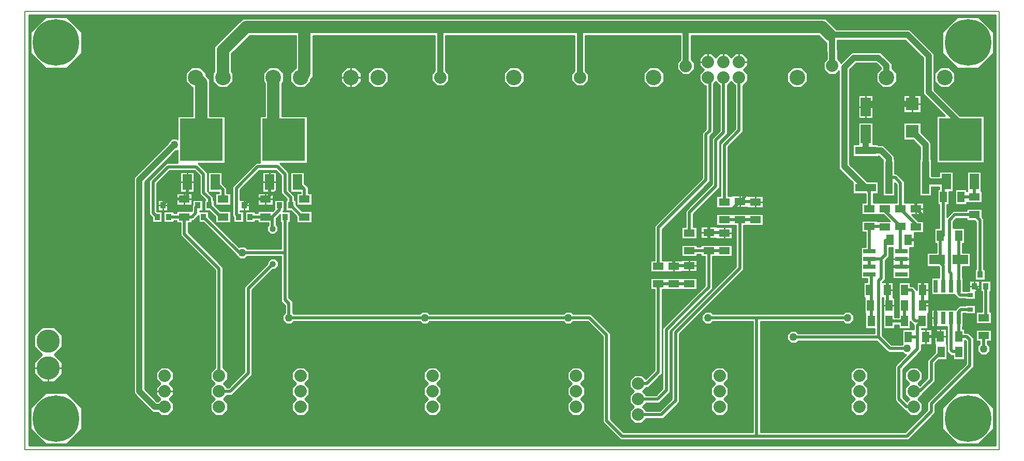
<source format=gbr>
G04 PROTEUS GERBER X2 FILE*
%TF.GenerationSoftware,Labcenter,Proteus,8.7-SP3-Build25561*%
%TF.CreationDate,2021-05-23T19:17:03+00:00*%
%TF.FileFunction,Copper,L6,Bot*%
%TF.FilePolarity,Positive*%
%TF.Part,Single*%
%TF.SameCoordinates,{23a4d374-2f20-46fa-8f71-d400e96580a3}*%
%FSLAX45Y45*%
%MOMM*%
G01*
%TA.AperFunction,Conductor*%
%ADD11C,1.016000*%
%ADD10C,0.508000*%
%ADD15C,2.032000*%
%TA.AperFunction,ViaPad*%
%ADD18C,1.016000*%
%ADD19C,2.032000*%
%ADD70C,1.270000*%
%ADD71C,0.762000*%
%TA.AperFunction,Conductor*%
%ADD13C,0.254000*%
%TA.AperFunction,ComponentPad*%
%ADD21C,3.810000*%
%ADD22C,2.540000*%
%ADD23C,2.032000*%
%TA.AperFunction,SMDPad,CuDef*%
%ADD32R,0.889000X1.016000*%
%ADD28R,6.985000X6.985000*%
%ADD29R,1.524000X2.540000*%
%TA.AperFunction,SMDPad,CuDef*%
%ADD25R,2.108200X2.108200*%
%ADD31R,0.889000X0.635000*%
%ADD20R,1.193800X5.308600*%
%ADD26R,1.651000X3.048000*%
%TA.AperFunction,SMDPad,CuDef*%
%ADD33R,2.032000X0.635000*%
%ADD72R,0.635000X2.032000*%
%TA.AperFunction,SMDPad,CuDef*%
%ADD27R,3.403600X1.244600*%
%ADD30R,2.540000X1.524000*%
%ADD24R,1.143000X1.803400*%
%ADD73R,1.803400X1.143000*%
%TA.AperFunction,OtherPad,Unknown*%
%ADD34C,7.620000*%
%TA.AperFunction,Profile*%
%ADD39C,0.203200*%
%TD.AperFunction*%
G36*
X+8448040Y-4193540D02*
X-7368540Y-4193540D01*
X-7368540Y+2860040D01*
X+8448040Y+2860040D01*
X+8448040Y-4193540D01*
G37*
%LPC*%
G36*
X-6819901Y-2381811D02*
X-6819901Y-2571189D01*
X-6947462Y-2698750D01*
X-6819901Y-2826311D01*
X-6819901Y-3015689D01*
X-6953811Y-3149599D01*
X-7143189Y-3149599D01*
X-7277099Y-3015689D01*
X-7277099Y-2826311D01*
X-7149538Y-2698750D01*
X-7277099Y-2571189D01*
X-7277099Y-2381811D01*
X-7143189Y-2247901D01*
X-6953811Y-2247901D01*
X-6819901Y-2381811D01*
G37*
G36*
X-2260599Y+1773114D02*
X-2260599Y+1909886D01*
X-2163886Y+2006599D01*
X-2027114Y+2006599D01*
X-1930401Y+1909886D01*
X-1930401Y+1773114D01*
X-2027114Y+1676401D01*
X-2163886Y+1676401D01*
X-2260599Y+1773114D01*
G37*
G36*
X-1816099Y+1773114D02*
X-1816099Y+1909886D01*
X-1719386Y+2006599D01*
X-1582614Y+2006599D01*
X-1485901Y+1909886D01*
X-1485901Y+1773114D01*
X-1582614Y+1676401D01*
X-1719386Y+1676401D01*
X-1816099Y+1773114D01*
G37*
G36*
X-2781301Y-2990135D02*
X-2781301Y-3105865D01*
X-2850436Y-3175000D01*
X-2781301Y-3244135D01*
X-2781301Y-3359865D01*
X-2850436Y-3429000D01*
X-2781301Y-3498135D01*
X-2781301Y-3613865D01*
X-2863135Y-3695699D01*
X-2978865Y-3695699D01*
X-3060699Y-3613865D01*
X-3060699Y-3498135D01*
X-2991564Y-3429000D01*
X-3060699Y-3359865D01*
X-3060699Y-3244135D01*
X-2991564Y-3175000D01*
X-3060699Y-3105865D01*
X-3060699Y-2990135D01*
X-2978865Y-2908301D01*
X-2863135Y-2908301D01*
X-2781301Y-2990135D01*
G37*
G36*
X+406401Y+1773114D02*
X+406401Y+1909886D01*
X+503114Y+2006599D01*
X+639886Y+2006599D01*
X+736599Y+1909886D01*
X+736599Y+1773114D01*
X+639886Y+1676401D01*
X+503114Y+1676401D01*
X+406401Y+1773114D01*
G37*
G36*
X-622301Y-2990135D02*
X-622301Y-3105865D01*
X-691436Y-3175000D01*
X-622301Y-3244135D01*
X-622301Y-3359865D01*
X-691436Y-3429000D01*
X-622301Y-3498135D01*
X-622301Y-3613865D01*
X-704135Y-3695699D01*
X-819865Y-3695699D01*
X-901699Y-3613865D01*
X-901699Y-3498135D01*
X-832564Y-3429000D01*
X-901699Y-3359865D01*
X-901699Y-3244135D01*
X-832564Y-3175000D01*
X-901699Y-3105865D01*
X-901699Y-2990135D01*
X-819865Y-2908301D01*
X-704135Y-2908301D01*
X-622301Y-2990135D01*
G37*
G36*
X+1727199Y-2990135D02*
X+1727199Y-3105865D01*
X+1658064Y-3175000D01*
X+1727199Y-3244135D01*
X+1727199Y-3359865D01*
X+1658064Y-3429000D01*
X+1727199Y-3498135D01*
X+1727199Y-3613865D01*
X+1645365Y-3695699D01*
X+1529635Y-3695699D01*
X+1447801Y-3613865D01*
X+1447801Y-3498135D01*
X+1516936Y-3429000D01*
X+1447801Y-3359865D01*
X+1447801Y-3244135D01*
X+1516936Y-3175000D01*
X+1447801Y-3105865D01*
X+1447801Y-2990135D01*
X+1529635Y-2908301D01*
X+1645365Y-2908301D01*
X+1727199Y-2990135D01*
G37*
G36*
X+2692401Y+1773114D02*
X+2692401Y+1909886D01*
X+2789114Y+2006599D01*
X+2925886Y+2006599D01*
X+3022599Y+1909886D01*
X+3022599Y+1773114D01*
X+2925886Y+1676401D01*
X+2789114Y+1676401D01*
X+2692401Y+1773114D01*
G37*
G36*
X+4076699Y-2990135D02*
X+4076699Y-3105865D01*
X+4007564Y-3175000D01*
X+4076699Y-3244135D01*
X+4076699Y-3359865D01*
X+4007564Y-3429000D01*
X+4076699Y-3498135D01*
X+4076699Y-3613865D01*
X+3994865Y-3695699D01*
X+3879135Y-3695699D01*
X+3797301Y-3613865D01*
X+3797301Y-3498135D01*
X+3866436Y-3429000D01*
X+3797301Y-3359865D01*
X+3797301Y-3244135D01*
X+3866436Y-3175000D01*
X+3797301Y-3105865D01*
X+3797301Y-2990135D01*
X+3879135Y-2908301D01*
X+3994865Y-2908301D01*
X+4076699Y-2990135D01*
G37*
G36*
X+6362699Y-2990135D02*
X+6362699Y-3105865D01*
X+6293564Y-3175000D01*
X+6362699Y-3244135D01*
X+6362699Y-3359865D01*
X+6293564Y-3429000D01*
X+6362699Y-3498135D01*
X+6362699Y-3613865D01*
X+6280865Y-3695699D01*
X+6165135Y-3695699D01*
X+6083301Y-3613865D01*
X+6083301Y-3498135D01*
X+6152436Y-3429000D01*
X+6083301Y-3359865D01*
X+6083301Y-3244135D01*
X+6152436Y-3175000D01*
X+6083301Y-3105865D01*
X+6083301Y-2990135D01*
X+6165135Y-2908301D01*
X+6280865Y-2908301D01*
X+6362699Y-2990135D01*
G37*
G36*
X+5041901Y+1773114D02*
X+5041901Y+1909886D01*
X+5138614Y+2006599D01*
X+5275386Y+2006599D01*
X+5372099Y+1909886D01*
X+5372099Y+1773114D01*
X+5275386Y+1676401D01*
X+5138614Y+1676401D01*
X+5041901Y+1773114D01*
G37*
G36*
X+7454901Y+1773114D02*
X+7454901Y+1909886D01*
X+7551614Y+2006599D01*
X+7688386Y+2006599D01*
X+7785099Y+1909886D01*
X+7785099Y+1773114D01*
X+7688386Y+1676401D01*
X+7551614Y+1676401D01*
X+7454901Y+1773114D01*
G37*
G36*
X+7230109Y+936833D02*
X+7394499Y+772443D01*
X+7394499Y+501649D01*
X+7403389Y+501649D01*
X+7403389Y+226053D01*
X+7405923Y+223519D01*
X+7531101Y+223519D01*
X+7531101Y+299719D01*
X+7759699Y+299719D01*
X+7759699Y-30479D01*
X+7689849Y-30479D01*
X+7689849Y-247649D01*
X+7658099Y-247649D01*
X+7658098Y-446753D01*
X+7758970Y-345881D01*
X+7974331Y-345881D01*
X+7974331Y-314131D01*
X+8230869Y-314131D01*
X+8230869Y-447849D01*
X+8260079Y-477059D01*
X+8260079Y-1300481D01*
X+8279129Y-1300481D01*
X+8279129Y-1478279D01*
X+8114031Y-1478279D01*
X+8114031Y-1300481D01*
X+8133081Y-1300481D01*
X+8133081Y-529661D01*
X+8108049Y-504629D01*
X+7974331Y-504629D01*
X+7974331Y-472879D01*
X+7811572Y-472879D01*
X+7759702Y-524749D01*
X+7759702Y-626111D01*
X+7943849Y-626111D01*
X+7943849Y-882649D01*
X+7912099Y-882649D01*
X+7912099Y-1028701D01*
X+8039099Y-1028701D01*
X+8039099Y-1257299D01*
X+7912099Y-1257299D01*
X+7912099Y-1440181D01*
X+7918449Y-1440181D01*
X+7918449Y-1662431D01*
X+7956551Y-1662431D01*
X+7956551Y-1656081D01*
X+8020051Y-1656081D01*
X+8020051Y-1490981D01*
X+8185149Y-1490981D01*
X+8185149Y-1668779D01*
X+8121649Y-1668779D01*
X+8121649Y-1795779D01*
X+7956551Y-1795779D01*
X+7956551Y-1789429D01*
X+7848106Y-1789429D01*
X+7784392Y-1725715D01*
X+7784392Y-1719579D01*
X+7397751Y-1719579D01*
X+7397751Y-1440181D01*
X+7531101Y-1440181D01*
X+7531102Y-1270902D01*
X+7517499Y-1257299D01*
X+7327901Y-1257299D01*
X+7327901Y-1028701D01*
X+7485101Y-1028701D01*
X+7485101Y-882649D01*
X+7453351Y-882649D01*
X+7453351Y-626111D01*
X+7531101Y-626111D01*
X+7531102Y-436880D01*
X+7531101Y-247649D01*
X+7499351Y-247649D01*
X+7499351Y+8889D01*
X+7531101Y+8889D01*
X+7531101Y+45721D01*
X+7403389Y+45721D01*
X+7403389Y-105409D01*
X+7207811Y-105409D01*
X+7207811Y+501649D01*
X+7216701Y+501649D01*
X+7216701Y+698797D01*
X+7104387Y+811111D01*
X+6943091Y+811111D01*
X+6943091Y+1098129D01*
X+7230109Y+1098129D01*
X+7230109Y+936833D01*
G37*
G36*
X+8373109Y-1668779D02*
X+8354059Y-1668779D01*
X+8354059Y-2000251D01*
X+8383269Y-2000251D01*
X+8383269Y-2190749D01*
X+8126731Y-2190749D01*
X+8126731Y-2000251D01*
X+8227061Y-2000251D01*
X+8227061Y-1668779D01*
X+8208011Y-1668779D01*
X+8208011Y-1490981D01*
X+8373109Y-1490981D01*
X+8373109Y-1668779D01*
G37*
G36*
X+5800615Y+2679699D02*
X+5851415Y+2628899D01*
X+7047049Y+2628899D01*
X+7444796Y+2231152D01*
X+7444796Y+1637844D01*
X+7869791Y+1212849D01*
X+8261349Y+1212849D01*
X+8261349Y+438151D01*
X+7486651Y+438151D01*
X+7486651Y+1212849D01*
X+7618347Y+1212849D01*
X+7266998Y+1564198D01*
X+7266998Y+2157506D01*
X+6973403Y+2451101D01*
X+5864232Y+2451101D01*
X+5866799Y+2141265D01*
X+5918199Y+2089865D01*
X+5918199Y+2073821D01*
X+6095803Y+2251425D01*
X+6569955Y+2251425D01*
X+6756399Y+2064981D01*
X+6756399Y+1986086D01*
X+6832599Y+1909886D01*
X+6832599Y+1773114D01*
X+6735886Y+1676401D01*
X+6599114Y+1676401D01*
X+6502401Y+1773114D01*
X+6502401Y+1909886D01*
X+6578601Y+1986086D01*
X+6578601Y+1991335D01*
X+6496309Y+2073627D01*
X+6169449Y+2073627D01*
X+6066925Y+1971103D01*
X+6066925Y+416017D01*
X+6349993Y+132949D01*
X+6532879Y+132949D01*
X+6532879Y-67709D01*
X+6451599Y-67709D01*
X+6451599Y-214631D01*
X+6832601Y-214631D01*
X+6832601Y+83456D01*
X+6803389Y+112668D01*
X+6803389Y-105409D01*
X+6607811Y-105409D01*
X+6607811Y+487687D01*
X+6541777Y+553721D01*
X+6532879Y+553721D01*
X+6532879Y+542291D01*
X+6116321Y+542291D01*
X+6116321Y+742949D01*
X+6203951Y+742949D01*
X+6203951Y+1105119D01*
X+6445249Y+1105119D01*
X+6445249Y+742949D01*
X+6532879Y+742949D01*
X+6532879Y+731519D01*
X+6615423Y+731519D01*
X+6794499Y+552443D01*
X+6794499Y+501649D01*
X+6803389Y+501649D01*
X+6803389Y+262850D01*
X+6832807Y+262850D01*
X+6959599Y+136058D01*
X+6959599Y-214631D01*
X+7278369Y-214631D01*
X+7278369Y-405129D01*
X+7081149Y-405129D01*
X+7190651Y-514631D01*
X+7278369Y-514631D01*
X+7278369Y-705129D01*
X+7118349Y-705129D01*
X+7118349Y-946149D01*
X+7048499Y-946149D01*
X+7048499Y-1459229D01*
X+6769101Y-1459229D01*
X+6769101Y-946149D01*
X+6708735Y-946149D01*
X+6708735Y-1099189D01*
X+6646243Y-1161681D01*
X+6646243Y-1469502D01*
X+6600634Y-1515111D01*
X+6773349Y-1515111D01*
X+6773349Y-1769111D01*
X+6800849Y-1769111D01*
X+6800849Y-2087881D01*
X+6864351Y-2087881D01*
X+6864351Y-1515111D01*
X+7054849Y-1515111D01*
X+7054849Y-1579881D01*
X+7101841Y-1579881D01*
X+7164351Y-1642391D01*
X+7164351Y-1515111D01*
X+7354849Y-1515111D01*
X+7354849Y-2025649D01*
X+7344849Y-2025649D01*
X+7344849Y-2279649D01*
X+7240174Y-2279649D01*
X+7240174Y-2284731D01*
X+7406249Y-2284731D01*
X+7406249Y-2541269D01*
X+7240174Y-2541269D01*
X+7240174Y-2633331D01*
X+7202976Y-2670528D01*
X+6931495Y-2942009D01*
X+6931495Y-3402699D01*
X+6999616Y-3470820D01*
X+7041436Y-3429000D01*
X+6972301Y-3359865D01*
X+6972301Y-3244135D01*
X+7041436Y-3175000D01*
X+6972301Y-3105865D01*
X+6972301Y-2990135D01*
X+7054135Y-2908301D01*
X+7169865Y-2908301D01*
X+7251699Y-2990135D01*
X+7251699Y-3105865D01*
X+7182564Y-3175000D01*
X+7215104Y-3207540D01*
X+7337446Y-3085199D01*
X+7337446Y-2790734D01*
X+7463351Y-2664829D01*
X+7463351Y-2533649D01*
X+7453351Y-2533649D01*
X+7453351Y-2277111D01*
X+7643849Y-2277111D01*
X+7643849Y-2531111D01*
X+7653849Y-2531111D01*
X+7653849Y-2787649D01*
X+7520131Y-2787649D01*
X+7464444Y-2843336D01*
X+7464444Y-3137802D01*
X+7427246Y-3174999D01*
X+7251699Y-3350546D01*
X+7251699Y-3359865D01*
X+7182564Y-3429000D01*
X+7251699Y-3498135D01*
X+7251699Y-3613865D01*
X+7169865Y-3695699D01*
X+7054135Y-3695699D01*
X+6977935Y-3619499D01*
X+6968695Y-3619499D01*
X+6804497Y-3455302D01*
X+6804497Y-2889407D01*
X+6990008Y-2703896D01*
X+6961405Y-2703896D01*
X+6923305Y-2665796D01*
X+6697067Y-2665796D01*
X+6507770Y-2476499D01*
X+5223684Y-2476499D01*
X+5185584Y-2514599D01*
X+5101416Y-2514599D01*
X+5041901Y-2455084D01*
X+5041901Y-2370916D01*
X+5101416Y-2311401D01*
X+5185584Y-2311401D01*
X+5223684Y-2349501D01*
X+6470572Y-2349501D01*
X+6470572Y-2279649D01*
X+6320351Y-2279649D01*
X+6320351Y-2025649D01*
X+6310351Y-2025649D01*
X+6310351Y-1771649D01*
X+6292851Y-1771649D01*
X+6292851Y-1515111D01*
X+6352101Y-1515111D01*
X+6352101Y-1459229D01*
X+6248401Y-1459229D01*
X+6248401Y-938531D01*
X+6324601Y-938531D01*
X+6324601Y-695129D01*
X+6259831Y-695129D01*
X+6259831Y-504631D01*
X+6516369Y-504631D01*
X+6516369Y-514631D01*
X+6721051Y-514631D01*
X+6611549Y-405129D01*
X+6259831Y-405129D01*
X+6259831Y-214631D01*
X+6324601Y-214631D01*
X+6324601Y-67709D01*
X+6116321Y-67709D01*
X+6116321Y+115177D01*
X+5889127Y+342371D01*
X+5889127Y+1945063D01*
X+5836365Y+1892301D01*
X+5720635Y+1892301D01*
X+5638801Y+1974135D01*
X+5638801Y+2089865D01*
X+5688569Y+2139633D01*
X+5686706Y+2400301D01*
X+5684885Y+2400301D01*
X+5557885Y+2527301D01*
X+3472680Y+2527301D01*
X+3472680Y+2136717D01*
X+3523480Y+2085917D01*
X+3523480Y+1970187D01*
X+3441646Y+1888353D01*
X+3325916Y+1888353D01*
X+3244082Y+1970187D01*
X+3244082Y+2085917D01*
X+3294882Y+2136717D01*
X+3294882Y+2527301D01*
X+1739899Y+2527301D01*
X+1739899Y+1950165D01*
X+1790699Y+1899365D01*
X+1790699Y+1783635D01*
X+1708865Y+1701801D01*
X+1593135Y+1701801D01*
X+1511301Y+1783635D01*
X+1511301Y+1899365D01*
X+1562101Y+1950165D01*
X+1562101Y+2527301D01*
X-546101Y+2527301D01*
X-546101Y+1950165D01*
X-495301Y+1899365D01*
X-495301Y+1783635D01*
X-577135Y+1701801D01*
X-692865Y+1701801D01*
X-774699Y+1783635D01*
X-774699Y+1899365D01*
X-723899Y+1950165D01*
X-723899Y+2527301D01*
X-2717801Y+2527301D01*
X-2717801Y+1847135D01*
X-2755901Y+1809035D01*
X-2755901Y+1773114D01*
X-2852614Y+1676401D01*
X-2989386Y+1676401D01*
X-3086099Y+1773114D01*
X-3086099Y+1909886D01*
X-2997199Y+1998786D01*
X-2997199Y+2527301D01*
X-3752135Y+2527301D01*
X-4051301Y+2228135D01*
X-4051301Y+1935286D01*
X-4025901Y+1909886D01*
X-4025901Y+1773114D01*
X-4122614Y+1676401D01*
X-4259386Y+1676401D01*
X-4356099Y+1773114D01*
X-4356099Y+1909886D01*
X-4330699Y+1935286D01*
X-4330699Y+2343865D01*
X-3867865Y+2806699D01*
X+5673615Y+2806699D01*
X+5800615Y+2679699D01*
G37*
G36*
X+8216899Y-24131D02*
X+8230869Y-24131D01*
X+8230869Y-214629D01*
X+7979849Y-214629D01*
X+7979849Y-247649D01*
X+7789351Y-247649D01*
X+7789351Y+8889D01*
X+7979849Y+8889D01*
X+7979849Y-24131D01*
X+7988301Y-24131D01*
X+7988301Y+299719D01*
X+8216899Y+299719D01*
X+8216899Y-24131D01*
G37*
G36*
X+7230109Y+1261111D02*
X+6943091Y+1261111D01*
X+6943091Y+1548129D01*
X+7230109Y+1548129D01*
X+7230109Y+1261111D01*
G37*
G36*
X-3186431Y-342899D02*
X-3205481Y-342899D01*
X-3205481Y-355601D01*
X-3092451Y-355601D01*
X-3092451Y-533399D01*
X-3111501Y-533399D01*
X-3111501Y-1768401D01*
X-3048001Y-1831901D01*
X-3048001Y-2015316D01*
X-3031316Y-2032001D01*
X-969184Y-2032001D01*
X-931084Y-1993901D01*
X-846916Y-1993901D01*
X-808816Y-2032001D01*
X+1380316Y-2032001D01*
X+1418416Y-1993901D01*
X+1502584Y-1993901D01*
X+1540684Y-2032001D01*
X+1830997Y-2032001D01*
X+1868194Y-2069199D01*
X+2148775Y-2349780D01*
X+2148775Y-3758366D01*
X+2361488Y-3971079D01*
X+3772802Y-3971079D01*
X+3825285Y-3971080D01*
X+3877768Y-3971079D01*
X+4479988Y-3971079D01*
X+4479988Y-2894698D01*
X+4479989Y-2762250D01*
X+4479988Y-2603500D01*
X+4479988Y-2158999D01*
X+3826684Y-2158999D01*
X+3788584Y-2197099D01*
X+3704416Y-2197099D01*
X+3644901Y-2137584D01*
X+3644901Y-2053416D01*
X+3704416Y-1993901D01*
X+3788584Y-1993901D01*
X+3826684Y-2032001D01*
X+5952316Y-2032001D01*
X+5990416Y-1993901D01*
X+6074584Y-1993901D01*
X+6134099Y-2053416D01*
X+6134099Y-2137584D01*
X+6074584Y-2197099D01*
X+5990416Y-2197099D01*
X+5952316Y-2158999D01*
X+4606986Y-2158999D01*
X+4606986Y-2629802D01*
X+4606985Y-2762250D01*
X+4606986Y-2894698D01*
X+4606986Y-3971079D01*
X+6973401Y-3971079D01*
X+7336337Y-3608143D01*
X+7336337Y-3480097D01*
X+7966110Y-2850324D01*
X+7966110Y-2484386D01*
X+7950603Y-2468879D01*
X+7943849Y-2468879D01*
X+7943849Y-2787649D01*
X+7753351Y-2787649D01*
X+7753351Y-2714592D01*
X+7718398Y-2714592D01*
X+7658101Y-2654295D01*
X+7658101Y-2240279D01*
X+7397751Y-2240279D01*
X+7397751Y-1960881D01*
X+7795271Y-1960881D01*
X+7858771Y-1897381D01*
X+7956551Y-1897381D01*
X+7956551Y-1891031D01*
X+8121649Y-1891031D01*
X+8121649Y-2030729D01*
X+7956551Y-2030729D01*
X+7956551Y-2024379D01*
X+7918449Y-2024379D01*
X+7918449Y-2240279D01*
X+7912099Y-2240279D01*
X+7912099Y-2277111D01*
X+7943849Y-2277111D01*
X+7943849Y-2341881D01*
X+8003205Y-2341881D01*
X+8093108Y-2431784D01*
X+8093108Y-2902926D01*
X+7463335Y-3532699D01*
X+7463335Y-3660745D01*
X+7026003Y-4098077D01*
X+3877768Y-4098077D01*
X+3825285Y-4098076D01*
X+3772802Y-4098077D01*
X+2308886Y-4098077D01*
X+2021779Y-3810970D01*
X+2021779Y-2402384D01*
X+1778394Y-2158999D01*
X+1540684Y-2158999D01*
X+1502584Y-2197099D01*
X+1418416Y-2197099D01*
X+1380316Y-2158999D01*
X-808816Y-2158999D01*
X-846916Y-2197099D01*
X-931084Y-2197099D01*
X-969184Y-2158999D01*
X-3031316Y-2158999D01*
X-3069416Y-2197099D01*
X-3153584Y-2197099D01*
X-3213099Y-2137584D01*
X-3213099Y-2053416D01*
X-3174999Y-2015316D01*
X-3174999Y-1896665D01*
X-3238499Y-1833165D01*
X-3238499Y-1094865D01*
X-3793316Y-1094865D01*
X-3831416Y-1132965D01*
X-3915584Y-1132965D01*
X-3975099Y-1073450D01*
X-3975099Y-1067702D01*
X-3985133Y-1057667D01*
X-4509401Y-533399D01*
X-4591049Y-533399D01*
X-4591049Y-426349D01*
X-4672699Y-507999D01*
X-4697731Y-507999D01*
X-4697731Y-539749D01*
X-4759582Y-539749D01*
X-4759582Y-698109D01*
X-4191001Y-1266690D01*
X-4191001Y-2913935D01*
X-4114801Y-2990135D01*
X-4114801Y-3105865D01*
X-4183936Y-3175000D01*
X-4120435Y-3238501D01*
X-4099550Y-3238501D01*
X-3841398Y-2980349D01*
X-3841398Y-1591835D01*
X-3463854Y-1214291D01*
X-3463854Y-1178369D01*
X-3411778Y-1126293D01*
X-3338132Y-1126293D01*
X-3286056Y-1178369D01*
X-3286056Y-1252015D01*
X-3338132Y-1304091D01*
X-3374054Y-1304091D01*
X-3714400Y-1644437D01*
X-3714400Y-3032952D01*
X-3751598Y-3070149D01*
X-4046948Y-3365499D01*
X-4120435Y-3365499D01*
X-4183936Y-3429000D01*
X-4114801Y-3498135D01*
X-4114801Y-3613865D01*
X-4196635Y-3695699D01*
X-4312365Y-3695699D01*
X-4394199Y-3613865D01*
X-4394199Y-3498135D01*
X-4325064Y-3429000D01*
X-4394199Y-3359865D01*
X-4394199Y-3244135D01*
X-4325064Y-3175000D01*
X-4394199Y-3105865D01*
X-4394199Y-2990135D01*
X-4317999Y-2913935D01*
X-4317999Y-1319292D01*
X-4886580Y-750711D01*
X-4886580Y-539749D01*
X-4954269Y-539749D01*
X-4954269Y-507999D01*
X-4997451Y-507999D01*
X-4997451Y-533399D01*
X-5162549Y-533399D01*
X-5162549Y-355601D01*
X-4997451Y-355601D01*
X-4997451Y-381001D01*
X-4954269Y-381001D01*
X-4954269Y-349251D01*
X-4698999Y-349251D01*
X-4698999Y-260719D01*
X-4685029Y-246749D01*
X-4685029Y-165101D01*
X-4519931Y-165101D01*
X-4519931Y-342899D01*
X-4572001Y-342899D01*
X-4572001Y-355601D01*
X-4425951Y-355601D01*
X-4425951Y-437249D01*
X-3924508Y-938692D01*
X-3915584Y-929767D01*
X-3831416Y-929767D01*
X-3793316Y-967867D01*
X-3238499Y-967867D01*
X-3238499Y-533399D01*
X-3257549Y-533399D01*
X-3257549Y-408809D01*
X-3319541Y-470801D01*
X-3319541Y-574135D01*
X-3291071Y-602605D01*
X-3291071Y-676251D01*
X-3343147Y-728327D01*
X-3416793Y-728327D01*
X-3468869Y-676251D01*
X-3468869Y-602605D01*
X-3446539Y-580275D01*
X-3446539Y-539749D01*
X-3620769Y-539749D01*
X-3620769Y-507999D01*
X-3663951Y-507999D01*
X-3663951Y-533399D01*
X-3829049Y-533399D01*
X-3829049Y-355601D01*
X-3663951Y-355601D01*
X-3663951Y-381001D01*
X-3620769Y-381001D01*
X-3620769Y-349251D01*
X-3377591Y-349251D01*
X-3351529Y-323189D01*
X-3351529Y-165101D01*
X-3186431Y-165101D01*
X-3186431Y-342899D01*
G37*
G36*
X+6445249Y+1168621D02*
X+6203951Y+1168621D01*
X+6203951Y+1549619D01*
X+6445249Y+1549619D01*
X+6445249Y+1168621D01*
G37*
G36*
X+8383269Y-2480749D02*
X+8318499Y-2480749D01*
X+8318499Y-2523316D01*
X+8356599Y-2561416D01*
X+8356599Y-2645584D01*
X+8297084Y-2705099D01*
X+8212916Y-2705099D01*
X+8153401Y-2645584D01*
X+8153401Y-2561416D01*
X+8191501Y-2523316D01*
X+8191501Y-2480749D01*
X+8126731Y-2480749D01*
X+8126731Y-2290251D01*
X+8383269Y-2290251D01*
X+8383269Y-2480749D01*
G37*
G36*
X-7340599Y-3920096D02*
X-7340599Y-3572904D01*
X-7095096Y-3327401D01*
X-6747904Y-3327401D01*
X-6502401Y-3572904D01*
X-6502401Y-3920096D01*
X-6747904Y-4165599D01*
X-7095096Y-4165599D01*
X-7340599Y-3920096D01*
G37*
G36*
X-7340599Y+2239404D02*
X-7340599Y+2586596D01*
X-7095096Y+2832099D01*
X-6747904Y+2832099D01*
X-6502401Y+2586596D01*
X-6502401Y+2239404D01*
X-6747904Y+1993901D01*
X-7095096Y+1993901D01*
X-7340599Y+2239404D01*
G37*
G36*
X+7581901Y+2239404D02*
X+7581901Y+2586596D01*
X+7827404Y+2832099D01*
X+8174596Y+2832099D01*
X+8420099Y+2586596D01*
X+8420099Y+2239404D01*
X+8174596Y+1993901D01*
X+7827404Y+1993901D01*
X+7581901Y+2239404D01*
G37*
G36*
X+7581901Y-3920096D02*
X+7581901Y-3572904D01*
X+7827404Y-3327401D01*
X+8174596Y-3327401D01*
X+8420099Y-3572904D01*
X+8420099Y-3920096D01*
X+8174596Y-4165599D01*
X+7827404Y-4165599D01*
X+7581901Y-3920096D01*
G37*
G36*
X-4470401Y+1909886D02*
X-4470401Y+1873965D01*
X-4406901Y+1810465D01*
X-4406901Y+1205229D01*
X-4159251Y+1205229D01*
X-4159251Y+430531D01*
X-4595231Y+430531D01*
X-4445001Y+280301D01*
X-4445001Y-20294D01*
X-4432299Y-32996D01*
X-4432299Y+292099D01*
X-4203701Y+292099D01*
X-4203701Y+102501D01*
X-4127501Y+26301D01*
X-4127501Y-59251D01*
X-4062731Y-59251D01*
X-4062731Y-249749D01*
X-4319269Y-249749D01*
X-4319269Y-59251D01*
X-4254499Y-59251D01*
X-4254499Y-38099D01*
X-4427196Y-38099D01*
X-4347525Y-117770D01*
X-4347525Y-165101D01*
X-4331971Y-165101D01*
X-4331971Y-246749D01*
X-4229469Y-349251D01*
X-4062731Y-349251D01*
X-4062731Y-539749D01*
X-4319269Y-539749D01*
X-4319269Y-439051D01*
X-4415421Y-342899D01*
X-4497069Y-342899D01*
X-4497069Y-165101D01*
X-4479794Y-165101D01*
X-4571999Y-72896D01*
X-4571999Y+227699D01*
X-4656059Y+311759D01*
X-5057492Y+311759D01*
X-5270501Y+98750D01*
X-5270501Y-352159D01*
X-5267059Y-355601D01*
X-5185411Y-355601D01*
X-5185411Y-533399D01*
X-5350509Y-533399D01*
X-5350509Y-451751D01*
X-5397499Y-404761D01*
X-5397499Y+151352D01*
X-5110094Y+438757D01*
X-4933949Y+438757D01*
X-4933949Y+647853D01*
X-4947268Y+634534D01*
X-4965229Y+634534D01*
X-5472084Y+127679D01*
X-5472084Y-3265177D01*
X-5270160Y-3467101D01*
X-5252165Y-3467101D01*
X-5214064Y-3429000D01*
X-5283199Y-3359865D01*
X-5283199Y-3244135D01*
X-5214064Y-3175000D01*
X-5283199Y-3105865D01*
X-5283199Y-2990135D01*
X-5201365Y-2908301D01*
X-5085635Y-2908301D01*
X-5003801Y-2990135D01*
X-5003801Y-3105865D01*
X-5072936Y-3175000D01*
X-5003801Y-3244135D01*
X-5003801Y-3359865D01*
X-5072936Y-3429000D01*
X-5003801Y-3498135D01*
X-5003801Y-3613865D01*
X-5085635Y-3695699D01*
X-5201365Y-3695699D01*
X-5252165Y-3644899D01*
X-5343806Y-3644899D01*
X-5649882Y-3338823D01*
X-5649882Y+201325D01*
X-5090951Y+760256D01*
X-5090951Y+778217D01*
X-5031436Y+837732D01*
X-4947268Y+837732D01*
X-4933949Y+824413D01*
X-4933949Y+1205229D01*
X-4686299Y+1205229D01*
X-4686299Y+1676401D01*
X-4703886Y+1676401D01*
X-4800599Y+1773114D01*
X-4800599Y+1909886D01*
X-4703886Y+2006599D01*
X-4567114Y+2006599D01*
X-4470401Y+1909886D01*
G37*
G36*
X-4889499Y+292099D02*
X-4660901Y+292099D01*
X-4660901Y-38099D01*
X-4889499Y-38099D01*
X-4889499Y+292099D01*
G37*
G36*
X-3200401Y+1909886D02*
X-3200401Y+1773114D01*
X-3225801Y+1747714D01*
X-3225801Y+1205229D01*
X-2813051Y+1205229D01*
X-2813051Y+430531D01*
X-3261731Y+430531D01*
X-3111501Y+280301D01*
X-3111501Y-9453D01*
X-3086099Y-34855D01*
X-3086099Y+292099D01*
X-2857501Y+292099D01*
X-2857501Y+102501D01*
X-2794001Y+39001D01*
X-2794001Y-59251D01*
X-2729231Y-59251D01*
X-2729231Y-249749D01*
X-2985769Y-249749D01*
X-2985769Y-59251D01*
X-2920999Y-59251D01*
X-2920999Y-38099D01*
X-3082855Y-38099D01*
X-3017877Y-103077D01*
X-3017877Y-165101D01*
X-2998471Y-165101D01*
X-2998471Y-246749D01*
X-2895969Y-349251D01*
X-2729231Y-349251D01*
X-2729231Y-539749D01*
X-2985769Y-539749D01*
X-2985769Y-439051D01*
X-3081921Y-342899D01*
X-3163569Y-342899D01*
X-3163569Y-165101D01*
X-3144875Y-165101D01*
X-3144875Y-155679D01*
X-3238499Y-62055D01*
X-3238499Y+227699D01*
X-3328302Y+317502D01*
X-3593198Y+317502D01*
X-3909108Y+1592D01*
X-3909108Y-165101D01*
X-3757931Y-165101D01*
X-3757931Y-342899D01*
X-3909108Y-342899D01*
X-3909108Y-355601D01*
X-3851911Y-355601D01*
X-3851911Y-533399D01*
X-4017009Y-533399D01*
X-4017009Y-451751D01*
X-4036106Y-432654D01*
X-4036106Y+54194D01*
X-3645802Y+444498D01*
X-3587749Y+444498D01*
X-3587749Y+1205229D01*
X-3505199Y+1205229D01*
X-3505199Y+1747714D01*
X-3530599Y+1773114D01*
X-3530599Y+1909886D01*
X-3433886Y+2006599D01*
X-3297114Y+2006599D01*
X-3200401Y+1909886D01*
G37*
G36*
X-3314701Y-25400D02*
X-3286218Y-25400D01*
X-3263900Y-47718D01*
X-3263900Y-79282D01*
X-3286218Y-101600D01*
X-3317782Y-101600D01*
X-3340100Y-79282D01*
X-3340100Y-47718D01*
X-3330481Y-38099D01*
X-3543299Y-38099D01*
X-3543299Y+292099D01*
X-3314701Y+292099D01*
X-3314701Y-25400D01*
G37*
G36*
X-5091431Y-342899D02*
X-5256529Y-342899D01*
X-5256529Y-165101D01*
X-5091431Y-165101D01*
X-5091431Y-342899D01*
G37*
G36*
X-4954269Y-249749D02*
X-4954269Y-59251D01*
X-4697731Y-59251D01*
X-4697731Y-249749D01*
X-4954269Y-249749D01*
G37*
G36*
X-3620769Y-249749D02*
X-3620769Y-59251D01*
X-3364231Y-59251D01*
X-3364231Y-249749D01*
X-3620769Y-249749D01*
G37*
G36*
X+4394199Y+2153365D02*
X+4394199Y+2037635D01*
X+4325064Y+1968500D01*
X+4394199Y+1899365D01*
X+4394199Y+1783635D01*
X+4316557Y+1705993D01*
X+4316557Y+1559756D01*
X+4316556Y+1491529D01*
X+4316557Y+1423302D01*
X+4316557Y+944550D01*
X+4073999Y+701992D01*
X+4073999Y-105251D01*
X+4136231Y-105251D01*
X+4136231Y-95251D01*
X+4392769Y-95251D01*
X+4392769Y-105251D01*
X+4646769Y-105251D01*
X+4646769Y-295749D01*
X+4390231Y-295749D01*
X+4390231Y-285749D01*
X+4138769Y-285749D01*
X+4138769Y-295749D01*
X+3882231Y-295749D01*
X+3882231Y-105251D01*
X+3947001Y-105251D01*
X+3947001Y+754594D01*
X+4189559Y+997152D01*
X+4189559Y+1423302D01*
X+4189560Y+1491529D01*
X+4189559Y+1586058D01*
X+4189559Y+1708877D01*
X+4127500Y+1770936D01*
X+4063999Y+1707435D01*
X+4063999Y+913775D01*
X+3936999Y+786775D01*
X+3936999Y+37199D01*
X+3502499Y-397301D01*
X+3502499Y-613251D01*
X+3567269Y-613251D01*
X+3567269Y-803749D01*
X+3310731Y-803749D01*
X+3310731Y-613251D01*
X+3375501Y-613251D01*
X+3375501Y-344699D01*
X+3810001Y+89801D01*
X+3810001Y+839377D01*
X+3937001Y+966377D01*
X+3937001Y+1707435D01*
X+3873500Y+1770936D01*
X+3836877Y+1734313D01*
X+3836877Y+937344D01*
X+3776401Y+876868D01*
X+3776401Y+134072D01*
X+2994499Y-647830D01*
X+2994499Y-1157251D01*
X+3310731Y-1157251D01*
X+3310731Y-1147251D01*
X+3567269Y-1147251D01*
X+3567269Y-1337749D01*
X+3313269Y-1337749D01*
X+3313269Y-1347749D01*
X+2802731Y-1347749D01*
X+2802731Y-1157251D01*
X+2867501Y-1157251D01*
X+2867501Y-595228D01*
X+3649403Y+186674D01*
X+3649403Y+929470D01*
X+3709879Y+989946D01*
X+3709879Y+1701801D01*
X+3688635Y+1701801D01*
X+3606801Y+1783635D01*
X+3606801Y+1899365D01*
X+3675936Y+1968500D01*
X+3606801Y+2037635D01*
X+3606801Y+2153365D01*
X+3688635Y+2235199D01*
X+3804365Y+2235199D01*
X+3873500Y+2166064D01*
X+3942635Y+2235199D01*
X+4058365Y+2235199D01*
X+4127500Y+2166064D01*
X+4196635Y+2235199D01*
X+4312365Y+2235199D01*
X+4394199Y+2153365D01*
G37*
G36*
X+4646769Y-585749D02*
X+4327999Y-585749D01*
X+4327999Y-1312650D01*
X+3279423Y-2361226D01*
X+3279423Y-3479087D01*
X+3012012Y-3746499D01*
X+2947303Y-3746498D01*
X+2947302Y-3746499D01*
X+2894698Y-3746499D01*
X+2762250Y-3746498D01*
X+2737565Y-3746499D01*
X+2661365Y-3822699D01*
X+2545635Y-3822699D01*
X+2463801Y-3740865D01*
X+2463801Y-3625135D01*
X+2532936Y-3556000D01*
X+2463801Y-3486865D01*
X+2463801Y-3371135D01*
X+2532936Y-3302000D01*
X+2463801Y-3232865D01*
X+2463801Y-3117135D01*
X+2545635Y-3035301D01*
X+2661365Y-3035301D01*
X+2725882Y-3099818D01*
X+2867501Y-2958199D01*
X+2867501Y-1637749D01*
X+2802731Y-1637749D01*
X+2802731Y-1447251D01*
X+3567269Y-1447251D01*
X+3567269Y-1637749D01*
X+2994499Y-1637749D01*
X+2994499Y-3010802D01*
X+2957301Y-3047999D01*
X+2766801Y-3238499D01*
X+2737565Y-3238499D01*
X+2674064Y-3302000D01*
X+2737565Y-3365501D01*
X+2762250Y-3365502D01*
X+2894699Y-3365501D01*
X+3001067Y-3259133D01*
X+3001067Y-2268314D01*
X+3693001Y-1576380D01*
X+3693001Y-1093749D01*
X+3628231Y-1093749D01*
X+3628231Y-1061999D01*
X+3597750Y-1061998D01*
X+3567269Y-1061999D01*
X+3567269Y-1093749D01*
X+3310731Y-1093749D01*
X+3310731Y-903251D01*
X+3567269Y-903251D01*
X+3567269Y-935001D01*
X+3597750Y-935002D01*
X+3628231Y-935001D01*
X+3628231Y-903251D01*
X+4138769Y-903251D01*
X+4138769Y-1093749D01*
X+3819999Y-1093749D01*
X+3819999Y-1628982D01*
X+3128065Y-2320916D01*
X+3128065Y-3311736D01*
X+3090867Y-3348933D01*
X+2947302Y-3492499D01*
X+2762250Y-3492498D01*
X+2737565Y-3492499D01*
X+2674064Y-3556000D01*
X+2737565Y-3619501D01*
X+2762250Y-3619502D01*
X+2947302Y-3619501D01*
X+2947303Y-3619502D01*
X+2959408Y-3619502D01*
X+3152425Y-3426485D01*
X+3152425Y-2308624D01*
X+4201001Y-1260048D01*
X+4201001Y-585749D01*
X+3882231Y-585749D01*
X+3882231Y-395251D01*
X+4646769Y-395251D01*
X+4646769Y-585749D01*
G37*
G36*
X+3884769Y-613251D02*
X+4138769Y-613251D01*
X+4138769Y-803749D01*
X+3882231Y-803749D01*
X+3882231Y-793749D01*
X+3628231Y-793749D01*
X+3628231Y-603251D01*
X+3884769Y-603251D01*
X+3884769Y-613251D01*
G37*
G36*
X+4425851Y+1574349D02*
X+4425851Y+1600651D01*
X+4444450Y+1619250D01*
X+4470752Y+1619250D01*
X+4489351Y+1600651D01*
X+4489351Y+1574349D01*
X+4470752Y+1555750D01*
X+4444450Y+1555750D01*
X+4425851Y+1574349D01*
G37*
G36*
X-3270250Y-1918151D02*
X-3270250Y-1891849D01*
X-3251651Y-1873250D01*
X-3225349Y-1873250D01*
X-3206750Y-1891849D01*
X-3206750Y-1918151D01*
X-3225349Y-1936750D01*
X-3251651Y-1936750D01*
X-3270250Y-1918151D01*
G37*
G36*
X+7037212Y+1800318D02*
X+7037212Y+1831882D01*
X+7059530Y+1854200D01*
X+7091094Y+1854200D01*
X+7113412Y+1831882D01*
X+7113412Y+1800318D01*
X+7091094Y+1778000D01*
X+7059530Y+1778000D01*
X+7037212Y+1800318D01*
G37*
G36*
X-3530600Y-1920782D02*
X-3530600Y-1889218D01*
X-3508282Y-1866900D01*
X-3476718Y-1866900D01*
X-3454400Y-1889218D01*
X-3454400Y-1920782D01*
X-3476718Y-1943100D01*
X-3508282Y-1943100D01*
X-3530600Y-1920782D01*
G37*
G36*
X-5111750Y-76651D02*
X-5111750Y-50349D01*
X-5093151Y-31750D01*
X-5066849Y-31750D01*
X-5048250Y-50349D01*
X-5048250Y-76651D01*
X-5066849Y-95250D01*
X-5093151Y-95250D01*
X-5111750Y-76651D01*
G37*
%LPD*%
G36*
X+6610351Y-2025649D02*
X+6610351Y-2279649D01*
X+6800849Y-2279649D01*
X+6800849Y-2214879D01*
X+6864351Y-2214879D01*
X+6864351Y-2279649D01*
X+7054849Y-2279649D01*
X+7054849Y-2158759D01*
X+7110970Y-2214879D01*
X+7113176Y-2214879D01*
X+7113176Y-2284731D01*
X+6925751Y-2284731D01*
X+6925751Y-2536352D01*
X+6923305Y-2538798D01*
X+6749669Y-2538798D01*
X+6597570Y-2386698D01*
X+6597570Y-1771649D01*
X+6610351Y-1771649D01*
X+6610351Y-2025649D01*
G37*
D11*
X+7305600Y+198120D02*
X+7305600Y+735620D01*
X+7086600Y+954620D01*
X+7645400Y+134620D02*
X+7369100Y+134620D01*
X+7305600Y+198120D01*
X+6324600Y+642620D02*
X+6324600Y+914620D01*
X+6705600Y+198120D02*
X+6705600Y+515620D01*
X+6578600Y+642620D01*
X+6324600Y+642620D01*
D10*
X+6388100Y-309880D02*
X+6388100Y-30880D01*
X+6324600Y+32620D01*
X+6896100Y-309880D02*
X+7150100Y-563880D01*
X+7150100Y-609880D01*
X+6896100Y-599880D02*
X+6642100Y-345880D01*
X+6642100Y-309880D01*
X+6388100Y-599880D02*
X+6632100Y-599880D01*
X+6642100Y-609880D01*
X+6896100Y-599880D02*
X+6896100Y-995680D01*
X+6908800Y-1008380D01*
X+6896100Y-309880D02*
X+6896100Y+109757D01*
X+6806506Y+199351D01*
X+6706831Y+199351D01*
X+6705600Y+198120D01*
X+7150100Y-309880D02*
X+7150100Y+425241D01*
X+6778507Y+796834D01*
X+6778507Y+1373262D01*
X+6747149Y+1404620D01*
X+7594600Y-119380D02*
X+7594600Y+83820D01*
X+7645400Y+134620D01*
X+7884600Y-119380D02*
X+8102600Y-119380D01*
X+8102600Y+134620D01*
X+8196580Y-1389380D02*
X+8196580Y-503360D01*
X+8159750Y-466530D01*
X+8102600Y-409380D01*
X+7548600Y-754380D02*
X+7594600Y-754380D01*
X+7594600Y-119380D01*
X+8039100Y-1725930D02*
X+7874407Y-1725930D01*
X+7847891Y-1699414D01*
X+7847891Y-1580589D01*
X+7848600Y-1579880D01*
X+7259600Y-1643380D02*
X+7259600Y-1897380D01*
X+7467600Y-2100580D02*
X+7467600Y-1833880D01*
X+8102600Y-1579880D02*
X+8166100Y-1643380D01*
X+8166100Y-1833880D01*
X+7467600Y-1833880D01*
X+7278892Y-1833880D01*
X+7265528Y-1847244D01*
X+7259600Y-1897380D01*
X+6908800Y-1262380D02*
X+6908800Y-1135380D01*
X+7340600Y-817880D02*
X+7340600Y-500380D01*
X+7150100Y-309880D01*
X+6678100Y-1643380D02*
X+6678100Y-1869880D01*
X+6705600Y-1897380D01*
X+6678100Y-1643380D02*
X+6678100Y-1277727D01*
X+6695016Y-1260811D01*
X+6868436Y-1260811D01*
X+6869931Y-1262306D01*
X+6908800Y-1262380D01*
X+6959600Y-1897380D02*
X+6959600Y-2151380D01*
X+6705600Y-2151380D01*
X+6388100Y-1135380D02*
X+6388100Y-1262380D01*
X+6388100Y-1008380D02*
X+6388100Y-599880D01*
X+6388100Y-1643380D02*
X+6415600Y-1643380D01*
X+6415600Y-1416880D01*
X+6388100Y-1389380D01*
X+6415600Y-2151380D02*
X+6415600Y-1987550D01*
X+6405600Y-1897380D01*
X+6415600Y-1987550D02*
X+6415600Y-1643380D01*
X+7467600Y-2100580D02*
X+7467600Y-2399087D01*
X+7461307Y-2405380D01*
X+7721600Y-2100580D02*
X+7721600Y-2627994D01*
X+7744699Y-2651093D01*
X+7840313Y-2651093D01*
X+7848600Y-2659380D01*
X+7848600Y-2405380D02*
X+7848600Y-2100580D01*
X+7847891Y-2099871D01*
X+7848600Y-2100580D01*
X+8039100Y-1960880D02*
X+7885072Y-1960880D01*
X+7847891Y-1998061D01*
X+7847891Y-2099871D01*
D11*
X+6324600Y+32620D02*
X+5978026Y+379194D01*
X+5978026Y+2007926D01*
X+6132626Y+2162526D01*
X+6533132Y+2162526D01*
X+6618214Y+2077444D01*
X+6667500Y+2028158D01*
X+6667500Y+1841500D01*
D10*
X+6388100Y-1135380D02*
X+6582744Y-1135380D01*
X+6634037Y-1084087D01*
X+6645236Y-1072888D01*
X+6645236Y-828743D01*
X+6712237Y-828743D01*
X+6723100Y-817880D01*
X+6959600Y-1643380D02*
X+7075540Y-1643380D01*
X+7104260Y-1672100D01*
X+7104260Y-2118369D01*
X+7134677Y-2148786D02*
X+7156505Y-2148786D01*
X+7247006Y-2148786D01*
X+7249600Y-2151380D01*
X+7104260Y-2118369D02*
X+7134677Y-2148786D01*
X+7137271Y-2151380D01*
X+7159099Y-2151380D01*
X+7249600Y-2151380D02*
X+7159099Y-2151380D01*
X+7156505Y-2148786D01*
X+7048500Y-3556000D02*
X+7048500Y-3556000D01*
X-5080000Y-444500D02*
X-4826000Y-444500D01*
X-4699000Y-444500D01*
X-4635500Y-381000D01*
X-4635500Y-287020D01*
X-4602480Y-254000D01*
X-4414520Y-254000D02*
X-4224020Y-444500D01*
X-4191000Y-444500D01*
X-4191000Y-154500D02*
X-4191000Y+0D01*
X-4318000Y+127000D01*
X-3746500Y-444500D02*
X-3492500Y-444500D01*
X-3934460Y-444500D02*
X-3972607Y-406353D01*
X-3972607Y-383439D01*
X-3972607Y+27893D01*
X-3619500Y+381000D01*
X-3302000Y+381000D01*
X-3175000Y+254000D01*
X-3175000Y-35754D01*
X-3081376Y-129378D01*
X-3081376Y-253644D01*
X-3081020Y-254000D01*
X-2890520Y-444500D01*
X-2857500Y-444500D01*
X-2857500Y-154500D02*
X-2857500Y+12700D01*
X-2971800Y+127000D01*
X-5173980Y-254000D02*
X-5074480Y-154500D01*
X-4826000Y-154500D01*
X-3429000Y-91000D02*
X-3429000Y+127000D01*
X-1016000Y-2095500D02*
X-889000Y-2095500D01*
X+1333500Y-2095500D02*
X+1460500Y-2095500D01*
X-889000Y-2095500D02*
X+1333500Y-2095500D01*
X-5267960Y-444500D02*
X-5334000Y-378460D01*
X-5334000Y+125051D01*
X-5083793Y+375258D01*
X-4629758Y+375258D01*
X-4508500Y+254000D01*
X-4508500Y-46595D01*
X-4411024Y-144071D01*
X-4411024Y-250504D01*
X-4414520Y-254000D01*
X-3111500Y-2095500D02*
X-2984500Y-2095500D01*
X+2931000Y-1542500D02*
X+3185000Y-1542500D01*
X+3439000Y-1542500D01*
X+3196111Y-1242500D02*
X+3185000Y-1252500D01*
X+3195000Y-1242500D01*
X+3196111Y-1242500D01*
X+3439000Y-1242500D01*
X+3439000Y-998500D02*
X+3756500Y-998500D01*
X+4010500Y-998500D01*
X+3756500Y-698500D02*
X+4000500Y-698500D01*
X+4010500Y-708500D01*
X+4010500Y-490500D02*
X+4264500Y-490500D01*
X+4518500Y-490500D01*
X+4264500Y-190500D02*
X+4508500Y-190500D01*
X+4518500Y-200500D01*
X+3185000Y-871500D02*
X+3693000Y-871500D01*
X+3756500Y-808000D01*
X+3756500Y-698500D01*
X+3185000Y-1252500D02*
X+3185000Y-871500D01*
X+4264500Y-190500D02*
X+4112079Y-342921D01*
X+4098204Y-342921D01*
X+3762379Y-342921D01*
X+3756500Y-337042D01*
X+3756500Y-698500D02*
X+3756500Y-337042D01*
X+1460500Y-2095500D02*
X+1804695Y-2095500D01*
X+3746500Y-2095500D02*
X+4534399Y-2095500D01*
X+6032500Y-2095500D01*
D11*
X+7874000Y+825500D02*
X+7874000Y+1082918D01*
X+7355897Y+1601021D01*
X+7355897Y+2194329D01*
X+7163473Y+2386753D01*
D10*
X+4457601Y+1587500D02*
X+4457601Y+2601D01*
X+4264500Y-190500D01*
X+6892102Y-2891602D02*
X+6956191Y-2827513D01*
X+7176675Y-2607029D01*
X+7176675Y-2540000D01*
X+6582744Y-1135380D02*
X+6582744Y-1443201D01*
X+6534071Y-1491874D01*
X+6534071Y-1522968D01*
X+6534071Y-2413000D01*
X+5143500Y-2413000D01*
X+4543487Y-2921000D02*
X+4543487Y-2603500D01*
X+4543487Y-2104588D01*
X+4534399Y-2095500D01*
X+1804695Y-2095500D02*
X+2085277Y-2376082D01*
X+2085277Y-3784668D01*
X+2335187Y-4034578D01*
X+3746500Y-4034578D01*
X+4543487Y-3429000D02*
X+4543487Y-2921000D01*
D11*
X+7163473Y+2386753D02*
X+7010226Y+2540000D01*
X+6229523Y+2540000D02*
X+7010226Y+2540000D01*
X+5742750Y+2540000D02*
X+6229523Y+2540000D01*
D10*
X-3175000Y-444500D02*
X-3175000Y-600328D01*
X-2984500Y-2095500D02*
X-2886364Y-2095500D01*
X-1016000Y-2095500D01*
X-3111500Y-2095500D02*
X-3111500Y-1870364D01*
X-3111500Y-1858202D01*
X-3175000Y-1794702D01*
X-3175000Y-1806864D01*
X-3111500Y-1870364D01*
X-3492500Y-154500D02*
X-3429000Y-91000D01*
X-3492500Y-1905000D02*
X-3238500Y-1905000D01*
X+7548600Y-2405380D02*
X+7461307Y-2405380D01*
X+7318620Y-2405380D01*
X+7311000Y-2413000D01*
X+7021000Y-2413000D02*
X+7167111Y-2413000D01*
X+7176675Y-2403436D01*
X+7249600Y-2151380D02*
X+7176675Y-2224305D01*
X+7176675Y-2403436D01*
X+7176675Y-2540000D01*
X+7003489Y-2602297D02*
X+6723368Y-2602297D01*
X+6534071Y-2413000D01*
X+3937909Y-4034578D02*
X+3904070Y-4034578D01*
X+3746500Y-4034578D02*
X+3904070Y-4034578D01*
X+4543487Y-3429000D02*
X+4543487Y-4022322D01*
X+4531231Y-4034578D01*
X+3937909Y-4034578D01*
X+8255000Y-2095500D02*
X+8290560Y-2059940D01*
X+8290560Y-1579880D01*
X+8255000Y-2385500D02*
X+8255000Y-2603500D01*
X+7485117Y-3421117D02*
X+7512202Y-3394032D01*
X+7548617Y-3357617D01*
X+8029609Y-2876625D01*
X+8029609Y-2748581D01*
X+7848600Y-2405380D02*
X+7976904Y-2405380D01*
X+8029609Y-2458085D01*
X+8029609Y-2748581D01*
X+7485117Y-3421117D02*
X+7399836Y-3506398D01*
X+7399836Y-3634444D01*
X+6999702Y-4034578D01*
X+4531231Y-4034578D01*
X-3850451Y-1031366D02*
X-3176537Y-1031366D01*
X-3175000Y-1029829D01*
X-3175000Y-600328D02*
X-3175000Y-1029829D01*
X-3175000Y-1794702D01*
X-3492500Y-444500D02*
X-3383040Y-444500D01*
X-3281995Y-343455D01*
X-3268980Y-330440D01*
X-3268980Y-254000D01*
X-3383040Y-444500D02*
X-3383040Y-636358D01*
X-3379970Y-639428D01*
X-3374955Y-1215192D02*
X-3777899Y-1618136D01*
X-3777899Y-2474648D01*
X-3777899Y-2794000D01*
D11*
X+6324600Y+1359120D02*
X+6370100Y+1404620D01*
X+6747149Y+1404620D01*
X+6778507Y+1404620D01*
X+1651000Y+1841500D02*
X+1651000Y+2644267D01*
X+1628267Y+2667000D01*
X-4989352Y+736133D02*
X-5560983Y+164502D01*
X-5560983Y-454820D01*
X-5560983Y-3238500D01*
X-635000Y+2032000D02*
X-635000Y+2634074D01*
X-635000Y+2638256D01*
X-663744Y+2667000D01*
D15*
X-1206500Y+2667000D01*
X-2540000Y+2667000D02*
X-1206500Y+2667000D01*
X-663744Y+2667000D02*
X+1628267Y+2667000D01*
D11*
X-635000Y+1841500D02*
X-635000Y+2032000D01*
X-635000Y+2634074D02*
X-634086Y+2634988D01*
D15*
X-2603500Y+2667000D02*
X-2540000Y+2667000D01*
D10*
X+7302500Y-1262380D02*
X+7302500Y-817880D01*
X+7340600Y-817880D01*
X+6908800Y-1262380D02*
X+7302500Y-1262380D01*
X+7023100Y-817880D02*
X+7302500Y-817880D01*
X+7259600Y-1643380D02*
X+7259600Y-1406880D01*
X+7302500Y-1333500D01*
X+7302500Y-1262380D01*
X+7848600Y-754380D02*
X+7848600Y-1117600D01*
X+7874000Y-1143000D01*
X+7848600Y-1579880D02*
X+7848600Y-1168400D01*
X+7874000Y-1143000D01*
X+7548600Y-754380D02*
X+7548600Y-1087400D01*
X+7493000Y-1143000D01*
X+7594600Y-1579880D02*
X+7594600Y-1244600D01*
X+7493000Y-1143000D01*
X+7696203Y-1206500D02*
X+7696203Y-1320797D01*
X+7696203Y-1346203D01*
X+7721600Y-1371600D01*
X+7721600Y-1579880D02*
X+7721600Y-1371600D01*
X+7696203Y-1206500D02*
X+7696203Y-498448D01*
X+7719735Y-474916D01*
X+7785271Y-409380D01*
X+8102600Y-409380D01*
D11*
X+3383781Y+2028052D02*
X+3383781Y+2648719D01*
X+3365500Y+2667000D01*
D15*
X+1628267Y+2667000D02*
X+3365500Y+2667000D01*
X+5615750Y+2667000D01*
X+5742750Y+2540000D01*
D11*
X+5778500Y+2032000D02*
X+5774838Y+2507912D01*
X+5742750Y+2540000D01*
X+6778507Y+1404620D02*
X+7048500Y+1404620D01*
X+7086600Y+1404620D02*
X+7048500Y+1404620D01*
X+7086600Y+1404620D02*
X+7086600Y+1804812D01*
X+7075312Y+1816100D01*
D10*
X-4508500Y-444500D02*
X-3921634Y-1031366D01*
X-3873500Y-1031366D01*
X-3850451Y-1031366D01*
D15*
X-3810000Y+2667000D02*
X-4191000Y+2286000D01*
X-4191000Y+1841500D01*
X-2857500Y+2667000D02*
X-2857500Y+1905000D01*
X-2921000Y+1841500D01*
X-3810000Y+2667000D02*
X-2857500Y+2667000D01*
X-2603500Y+2667000D01*
X-4546600Y+817880D02*
X-4546600Y+1752600D01*
X-4635500Y+1841500D01*
X-3200400Y+817880D02*
X-3365500Y+982980D01*
X-3365500Y+1841500D01*
D10*
X-4826000Y-154500D02*
X-4775200Y-103700D01*
X-4775200Y+63500D01*
X-4775200Y+127000D01*
X-5074480Y-154500D02*
X-5074480Y-69020D01*
X-5080000Y-63500D01*
X-3840480Y-254000D02*
X-3740844Y-154364D01*
X-3737598Y-154364D01*
X-3492636Y-154364D01*
X-3429272Y-91000D01*
X-3429000Y-91000D01*
X-3401500Y-63500D01*
X-3302000Y-63500D01*
X-3492636Y-154364D02*
X-3492500Y-154500D01*
X+7400945Y-3111500D02*
X+7210445Y-3302000D01*
X+7112000Y-3302000D01*
X+7400945Y-3111500D02*
X+7400945Y-2817035D01*
X+7558600Y-2659380D01*
X+6867996Y-3429000D02*
X+6994996Y-3556000D01*
X+7048500Y-3556000D01*
X+7112000Y-3556000D01*
X+6892102Y-2891602D02*
X+6867996Y-2915708D01*
X+6867996Y-3429000D01*
X+2603500Y-3175000D02*
X+2740500Y-3175000D01*
X+2931000Y-2984500D01*
X+2931000Y-1542500D02*
X+2931000Y-2984500D01*
X+2603500Y-3429000D02*
X+2921000Y-3429000D01*
X+3064566Y-3285434D01*
X+3756500Y-998500D02*
X+3756500Y-1602681D01*
X+3602894Y-1756287D01*
X+3064566Y-2294615D01*
X+3064566Y-3285434D01*
X+2603500Y-3683000D02*
X+2921000Y-3683000D01*
X+2985710Y-3683000D01*
X+3112105Y-3556605D01*
X+4264500Y-490500D02*
X+4264500Y-1286349D01*
X+3215924Y-2334925D01*
X+3215924Y-3452786D01*
X+3112105Y-3556605D01*
X-4254500Y-3302000D02*
X-4073249Y-3302000D01*
X-3777899Y-3006650D01*
X-3777899Y-2794000D02*
X-3777899Y-3006650D01*
X-4254500Y-2730500D02*
X-4254500Y-2844450D01*
X-4254500Y-3048000D01*
X-4254500Y-2730500D02*
X-4254500Y-1292991D01*
X-4823081Y-724410D01*
X-4823081Y-447419D01*
X-4826000Y-444500D01*
D11*
X-5560983Y-3302000D02*
X-5306983Y-3556000D01*
X-5143500Y-3556000D01*
X-5560983Y-3238500D02*
X-5560983Y-3302000D01*
D10*
X+3773378Y+1270000D02*
X+3773378Y+1560622D01*
X+3773378Y+1814622D01*
X+3746500Y+1841500D01*
X+2931000Y-1252500D02*
X+2931000Y-621529D01*
X+3338846Y-213683D01*
X+3712902Y+160373D01*
X+3712902Y+903169D01*
X+3773378Y+963645D01*
X+3773378Y+1270000D01*
X+4000500Y+1397000D02*
X+4000500Y+1587500D01*
X+4000500Y+1841500D01*
X+3439000Y-708500D02*
X+3439000Y-371000D01*
X+3873500Y+63500D01*
X+3873500Y+813076D01*
X+4000500Y+940076D01*
X+4000500Y+1397000D01*
X+4253058Y+1397000D02*
X+4253058Y+1586058D01*
X+4253058Y+1840058D01*
X+4254500Y+1841500D01*
X+4010500Y-200500D02*
X+4010500Y+728293D01*
X+4253058Y+970851D01*
X+4253058Y+1397000D01*
D18*
X+4457601Y+1587500D03*
X-3379970Y-639428D03*
X-3374955Y-1215192D03*
X-3238500Y-1905000D03*
D19*
X-635000Y+1841500D03*
X+1651000Y+1841500D03*
X+3383781Y+2028052D03*
X+5778500Y+2032000D03*
X+7075312Y+1816100D03*
D70*
X-4989352Y+736133D03*
X-3302000Y-63500D03*
X+7003489Y-2602297D03*
X+8255000Y-2603500D03*
X+6032500Y-2095500D03*
X+5143500Y-2413000D03*
X+3746500Y-2095500D03*
X+1460500Y-2095500D03*
X-889000Y-2095500D03*
X-3111500Y-2095500D03*
X-3492500Y-1905000D03*
X-3873500Y-1031366D03*
D71*
X-5080000Y-63500D03*
D13*
X+8448040Y-4193540D02*
X-7368540Y-4193540D01*
X-7368540Y+2860040D01*
X+8448040Y+2860040D01*
X+8448040Y-4193540D01*
X-6819901Y-2381811D02*
X-6819901Y-2571189D01*
X-6947462Y-2698750D01*
X-6819901Y-2826311D01*
X-6819901Y-3015689D01*
X-6953811Y-3149599D01*
X-7143189Y-3149599D01*
X-7277099Y-3015689D01*
X-7277099Y-2826311D01*
X-7149538Y-2698750D01*
X-7277099Y-2571189D01*
X-7277099Y-2381811D01*
X-7143189Y-2247901D01*
X-6953811Y-2247901D01*
X-6819901Y-2381811D01*
X-2260599Y+1773114D02*
X-2260599Y+1909886D01*
X-2163886Y+2006599D01*
X-2027114Y+2006599D01*
X-1930401Y+1909886D01*
X-1930401Y+1773114D01*
X-2027114Y+1676401D01*
X-2163886Y+1676401D01*
X-2260599Y+1773114D01*
X-1816099Y+1773114D02*
X-1816099Y+1909886D01*
X-1719386Y+2006599D01*
X-1582614Y+2006599D01*
X-1485901Y+1909886D01*
X-1485901Y+1773114D01*
X-1582614Y+1676401D01*
X-1719386Y+1676401D01*
X-1816099Y+1773114D01*
X-2781301Y-2990135D02*
X-2781301Y-3105865D01*
X-2850436Y-3175000D01*
X-2781301Y-3244135D01*
X-2781301Y-3359865D01*
X-2850436Y-3429000D01*
X-2781301Y-3498135D01*
X-2781301Y-3613865D01*
X-2863135Y-3695699D01*
X-2978865Y-3695699D01*
X-3060699Y-3613865D01*
X-3060699Y-3498135D01*
X-2991564Y-3429000D01*
X-3060699Y-3359865D01*
X-3060699Y-3244135D01*
X-2991564Y-3175000D01*
X-3060699Y-3105865D01*
X-3060699Y-2990135D01*
X-2978865Y-2908301D01*
X-2863135Y-2908301D01*
X-2781301Y-2990135D01*
X+406401Y+1773114D02*
X+406401Y+1909886D01*
X+503114Y+2006599D01*
X+639886Y+2006599D01*
X+736599Y+1909886D01*
X+736599Y+1773114D01*
X+639886Y+1676401D01*
X+503114Y+1676401D01*
X+406401Y+1773114D01*
X-622301Y-2990135D02*
X-622301Y-3105865D01*
X-691436Y-3175000D01*
X-622301Y-3244135D01*
X-622301Y-3359865D01*
X-691436Y-3429000D01*
X-622301Y-3498135D01*
X-622301Y-3613865D01*
X-704135Y-3695699D01*
X-819865Y-3695699D01*
X-901699Y-3613865D01*
X-901699Y-3498135D01*
X-832564Y-3429000D01*
X-901699Y-3359865D01*
X-901699Y-3244135D01*
X-832564Y-3175000D01*
X-901699Y-3105865D01*
X-901699Y-2990135D01*
X-819865Y-2908301D01*
X-704135Y-2908301D01*
X-622301Y-2990135D01*
X+1727199Y-2990135D02*
X+1727199Y-3105865D01*
X+1658064Y-3175000D01*
X+1727199Y-3244135D01*
X+1727199Y-3359865D01*
X+1658064Y-3429000D01*
X+1727199Y-3498135D01*
X+1727199Y-3613865D01*
X+1645365Y-3695699D01*
X+1529635Y-3695699D01*
X+1447801Y-3613865D01*
X+1447801Y-3498135D01*
X+1516936Y-3429000D01*
X+1447801Y-3359865D01*
X+1447801Y-3244135D01*
X+1516936Y-3175000D01*
X+1447801Y-3105865D01*
X+1447801Y-2990135D01*
X+1529635Y-2908301D01*
X+1645365Y-2908301D01*
X+1727199Y-2990135D01*
X+2692401Y+1773114D02*
X+2692401Y+1909886D01*
X+2789114Y+2006599D01*
X+2925886Y+2006599D01*
X+3022599Y+1909886D01*
X+3022599Y+1773114D01*
X+2925886Y+1676401D01*
X+2789114Y+1676401D01*
X+2692401Y+1773114D01*
X+4076699Y-2990135D02*
X+4076699Y-3105865D01*
X+4007564Y-3175000D01*
X+4076699Y-3244135D01*
X+4076699Y-3359865D01*
X+4007564Y-3429000D01*
X+4076699Y-3498135D01*
X+4076699Y-3613865D01*
X+3994865Y-3695699D01*
X+3879135Y-3695699D01*
X+3797301Y-3613865D01*
X+3797301Y-3498135D01*
X+3866436Y-3429000D01*
X+3797301Y-3359865D01*
X+3797301Y-3244135D01*
X+3866436Y-3175000D01*
X+3797301Y-3105865D01*
X+3797301Y-2990135D01*
X+3879135Y-2908301D01*
X+3994865Y-2908301D01*
X+4076699Y-2990135D01*
X+6362699Y-2990135D02*
X+6362699Y-3105865D01*
X+6293564Y-3175000D01*
X+6362699Y-3244135D01*
X+6362699Y-3359865D01*
X+6293564Y-3429000D01*
X+6362699Y-3498135D01*
X+6362699Y-3613865D01*
X+6280865Y-3695699D01*
X+6165135Y-3695699D01*
X+6083301Y-3613865D01*
X+6083301Y-3498135D01*
X+6152436Y-3429000D01*
X+6083301Y-3359865D01*
X+6083301Y-3244135D01*
X+6152436Y-3175000D01*
X+6083301Y-3105865D01*
X+6083301Y-2990135D01*
X+6165135Y-2908301D01*
X+6280865Y-2908301D01*
X+6362699Y-2990135D01*
X+5041901Y+1773114D02*
X+5041901Y+1909886D01*
X+5138614Y+2006599D01*
X+5275386Y+2006599D01*
X+5372099Y+1909886D01*
X+5372099Y+1773114D01*
X+5275386Y+1676401D01*
X+5138614Y+1676401D01*
X+5041901Y+1773114D01*
X+7454901Y+1773114D02*
X+7454901Y+1909886D01*
X+7551614Y+2006599D01*
X+7688386Y+2006599D01*
X+7785099Y+1909886D01*
X+7785099Y+1773114D01*
X+7688386Y+1676401D01*
X+7551614Y+1676401D01*
X+7454901Y+1773114D01*
X+7230109Y+936833D02*
X+7394499Y+772443D01*
X+7394499Y+501649D01*
X+7403389Y+501649D01*
X+7403389Y+226053D01*
X+7405923Y+223519D01*
X+7531101Y+223519D01*
X+7531101Y+299719D01*
X+7759699Y+299719D01*
X+7759699Y-30479D01*
X+7689849Y-30479D01*
X+7689849Y-247649D01*
X+7658099Y-247649D01*
X+7658098Y-446753D01*
X+7758970Y-345881D01*
X+7974331Y-345881D01*
X+7974331Y-314131D01*
X+8230869Y-314131D01*
X+8230869Y-447849D01*
X+8260079Y-477059D01*
X+8260079Y-1300481D01*
X+8279129Y-1300481D01*
X+8279129Y-1478279D01*
X+8114031Y-1478279D01*
X+8114031Y-1300481D01*
X+8133081Y-1300481D01*
X+8133081Y-529661D01*
X+8108049Y-504629D01*
X+7974331Y-504629D01*
X+7974331Y-472879D01*
X+7811572Y-472879D01*
X+7759702Y-524749D01*
X+7759702Y-626111D01*
X+7943849Y-626111D01*
X+7943849Y-882649D01*
X+7912099Y-882649D01*
X+7912099Y-1028701D01*
X+8039099Y-1028701D01*
X+8039099Y-1257299D01*
X+7912099Y-1257299D01*
X+7912099Y-1440181D01*
X+7918449Y-1440181D01*
X+7918449Y-1662431D01*
X+7956551Y-1662431D01*
X+7956551Y-1656081D01*
X+8020051Y-1656081D01*
X+8020051Y-1490981D01*
X+8185149Y-1490981D01*
X+8185149Y-1668779D01*
X+8121649Y-1668779D01*
X+8121649Y-1795779D01*
X+7956551Y-1795779D01*
X+7956551Y-1789429D01*
X+7848106Y-1789429D01*
X+7784392Y-1725715D01*
X+7784392Y-1719579D01*
X+7397751Y-1719579D01*
X+7397751Y-1440181D01*
X+7531101Y-1440181D01*
X+7531102Y-1270902D01*
X+7517499Y-1257299D01*
X+7327901Y-1257299D01*
X+7327901Y-1028701D01*
X+7485101Y-1028701D01*
X+7485101Y-882649D01*
X+7453351Y-882649D01*
X+7453351Y-626111D01*
X+7531101Y-626111D01*
X+7531102Y-436880D01*
X+7531101Y-247649D01*
X+7499351Y-247649D01*
X+7499351Y+8889D01*
X+7531101Y+8889D01*
X+7531101Y+45721D01*
X+7403389Y+45721D01*
X+7403389Y-105409D01*
X+7207811Y-105409D01*
X+7207811Y+501649D01*
X+7216701Y+501649D01*
X+7216701Y+698797D01*
X+7104387Y+811111D01*
X+6943091Y+811111D01*
X+6943091Y+1098129D01*
X+7230109Y+1098129D01*
X+7230109Y+936833D01*
X+8373109Y-1668779D02*
X+8354059Y-1668779D01*
X+8354059Y-2000251D01*
X+8383269Y-2000251D01*
X+8383269Y-2190749D01*
X+8126731Y-2190749D01*
X+8126731Y-2000251D01*
X+8227061Y-2000251D01*
X+8227061Y-1668779D01*
X+8208011Y-1668779D01*
X+8208011Y-1490981D01*
X+8373109Y-1490981D01*
X+8373109Y-1668779D01*
X+5800615Y+2679699D02*
X+5851415Y+2628899D01*
X+7047049Y+2628899D01*
X+7444796Y+2231152D01*
X+7444796Y+1637844D01*
X+7869791Y+1212849D01*
X+8261349Y+1212849D01*
X+8261349Y+438151D01*
X+7486651Y+438151D01*
X+7486651Y+1212849D01*
X+7618347Y+1212849D01*
X+7266998Y+1564198D01*
X+7266998Y+2157506D01*
X+6973403Y+2451101D01*
X+5864232Y+2451101D01*
X+5866799Y+2141265D01*
X+5918199Y+2089865D01*
X+5918199Y+2073821D01*
X+6095803Y+2251425D01*
X+6569955Y+2251425D01*
X+6756399Y+2064981D01*
X+6756399Y+1986086D01*
X+6832599Y+1909886D01*
X+6832599Y+1773114D01*
X+6735886Y+1676401D01*
X+6599114Y+1676401D01*
X+6502401Y+1773114D01*
X+6502401Y+1909886D01*
X+6578601Y+1986086D01*
X+6578601Y+1991335D01*
X+6496309Y+2073627D01*
X+6169449Y+2073627D01*
X+6066925Y+1971103D01*
X+6066925Y+416017D01*
X+6349993Y+132949D01*
X+6532879Y+132949D01*
X+6532879Y-67709D01*
X+6451599Y-67709D01*
X+6451599Y-214631D01*
X+6832601Y-214631D01*
X+6832601Y+83456D01*
X+6803389Y+112668D01*
X+6803389Y-105409D01*
X+6607811Y-105409D01*
X+6607811Y+487687D01*
X+6541777Y+553721D01*
X+6532879Y+553721D01*
X+6532879Y+542291D01*
X+6116321Y+542291D01*
X+6116321Y+742949D01*
X+6203951Y+742949D01*
X+6203951Y+1105119D01*
X+6445249Y+1105119D01*
X+6445249Y+742949D01*
X+6532879Y+742949D01*
X+6532879Y+731519D01*
X+6615423Y+731519D01*
X+6794499Y+552443D01*
X+6794499Y+501649D01*
X+6803389Y+501649D01*
X+6803389Y+262850D01*
X+6832807Y+262850D01*
X+6959599Y+136058D01*
X+6959599Y-214631D01*
X+7278369Y-214631D01*
X+7278369Y-405129D01*
X+7081149Y-405129D01*
X+7190651Y-514631D01*
X+7278369Y-514631D01*
X+7278369Y-705129D01*
X+7118349Y-705129D01*
X+7118349Y-946149D01*
X+7048499Y-946149D01*
X+7048499Y-1459229D01*
X+6769101Y-1459229D01*
X+6769101Y-946149D01*
X+6708735Y-946149D01*
X+6708735Y-1099189D01*
X+6646243Y-1161681D01*
X+6646243Y-1469502D01*
X+6600634Y-1515111D01*
X+6773349Y-1515111D01*
X+6773349Y-1769111D01*
X+6800849Y-1769111D01*
X+6800849Y-2087881D01*
X+6864351Y-2087881D01*
X+6864351Y-1515111D01*
X+7054849Y-1515111D01*
X+7054849Y-1579881D01*
X+7101841Y-1579881D01*
X+7164351Y-1642391D01*
X+7164351Y-1515111D01*
X+7354849Y-1515111D01*
X+7354849Y-2025649D01*
X+7344849Y-2025649D01*
X+7344849Y-2279649D01*
X+7240174Y-2279649D01*
X+7240174Y-2284731D01*
X+7406249Y-2284731D01*
X+7406249Y-2541269D01*
X+7240174Y-2541269D01*
X+7240174Y-2633331D01*
X+7202976Y-2670528D01*
X+6931495Y-2942009D01*
X+6931495Y-3402699D01*
X+6999616Y-3470820D01*
X+7041436Y-3429000D01*
X+6972301Y-3359865D01*
X+6972301Y-3244135D01*
X+7041436Y-3175000D01*
X+6972301Y-3105865D01*
X+6972301Y-2990135D01*
X+7054135Y-2908301D01*
X+7169865Y-2908301D01*
X+7251699Y-2990135D01*
X+7251699Y-3105865D01*
X+7182564Y-3175000D01*
X+7215104Y-3207540D01*
X+7337446Y-3085199D01*
X+7337446Y-2790734D01*
X+7463351Y-2664829D01*
X+7463351Y-2533649D01*
X+7453351Y-2533649D01*
X+7453351Y-2277111D01*
X+7643849Y-2277111D01*
X+7643849Y-2531111D01*
X+7653849Y-2531111D01*
X+7653849Y-2787649D01*
X+7520131Y-2787649D01*
X+7464444Y-2843336D01*
X+7464444Y-3137802D01*
X+7427246Y-3174999D01*
X+7251699Y-3350546D01*
X+7251699Y-3359865D01*
X+7182564Y-3429000D01*
X+7251699Y-3498135D01*
X+7251699Y-3613865D01*
X+7169865Y-3695699D01*
X+7054135Y-3695699D01*
X+6977935Y-3619499D01*
X+6968695Y-3619499D01*
X+6804497Y-3455302D01*
X+6804497Y-2889407D01*
X+6990008Y-2703896D01*
X+6961405Y-2703896D01*
X+6923305Y-2665796D01*
X+6697067Y-2665796D01*
X+6507770Y-2476499D01*
X+5223684Y-2476499D01*
X+5185584Y-2514599D01*
X+5101416Y-2514599D01*
X+5041901Y-2455084D01*
X+5041901Y-2370916D01*
X+5101416Y-2311401D01*
X+5185584Y-2311401D01*
X+5223684Y-2349501D01*
X+6470572Y-2349501D01*
X+6470572Y-2279649D01*
X+6320351Y-2279649D01*
X+6320351Y-2025649D01*
X+6310351Y-2025649D01*
X+6310351Y-1771649D01*
X+6292851Y-1771649D01*
X+6292851Y-1515111D01*
X+6352101Y-1515111D01*
X+6352101Y-1459229D01*
X+6248401Y-1459229D01*
X+6248401Y-938531D01*
X+6324601Y-938531D01*
X+6324601Y-695129D01*
X+6259831Y-695129D01*
X+6259831Y-504631D01*
X+6516369Y-504631D01*
X+6516369Y-514631D01*
X+6721051Y-514631D01*
X+6611549Y-405129D01*
X+6259831Y-405129D01*
X+6259831Y-214631D01*
X+6324601Y-214631D01*
X+6324601Y-67709D01*
X+6116321Y-67709D01*
X+6116321Y+115177D01*
X+5889127Y+342371D01*
X+5889127Y+1945063D01*
X+5836365Y+1892301D01*
X+5720635Y+1892301D01*
X+5638801Y+1974135D01*
X+5638801Y+2089865D01*
X+5688569Y+2139633D01*
X+5686706Y+2400301D01*
X+5684885Y+2400301D01*
X+5557885Y+2527301D01*
X+3472680Y+2527301D01*
X+3472680Y+2136717D01*
X+3523480Y+2085917D01*
X+3523480Y+1970187D01*
X+3441646Y+1888353D01*
X+3325916Y+1888353D01*
X+3244082Y+1970187D01*
X+3244082Y+2085917D01*
X+3294882Y+2136717D01*
X+3294882Y+2527301D01*
X+1739899Y+2527301D01*
X+1739899Y+1950165D01*
X+1790699Y+1899365D01*
X+1790699Y+1783635D01*
X+1708865Y+1701801D01*
X+1593135Y+1701801D01*
X+1511301Y+1783635D01*
X+1511301Y+1899365D01*
X+1562101Y+1950165D01*
X+1562101Y+2527301D01*
X-546101Y+2527301D01*
X-546101Y+1950165D01*
X-495301Y+1899365D01*
X-495301Y+1783635D01*
X-577135Y+1701801D01*
X-692865Y+1701801D01*
X-774699Y+1783635D01*
X-774699Y+1899365D01*
X-723899Y+1950165D01*
X-723899Y+2527301D01*
X-2717801Y+2527301D01*
X-2717801Y+1847135D01*
X-2755901Y+1809035D01*
X-2755901Y+1773114D01*
X-2852614Y+1676401D01*
X-2989386Y+1676401D01*
X-3086099Y+1773114D01*
X-3086099Y+1909886D01*
X-2997199Y+1998786D01*
X-2997199Y+2527301D01*
X-3752135Y+2527301D01*
X-4051301Y+2228135D01*
X-4051301Y+1935286D01*
X-4025901Y+1909886D01*
X-4025901Y+1773114D01*
X-4122614Y+1676401D01*
X-4259386Y+1676401D01*
X-4356099Y+1773114D01*
X-4356099Y+1909886D01*
X-4330699Y+1935286D01*
X-4330699Y+2343865D01*
X-3867865Y+2806699D01*
X+5673615Y+2806699D01*
X+5800615Y+2679699D01*
X+8216899Y-24131D02*
X+8230869Y-24131D01*
X+8230869Y-214629D01*
X+7979849Y-214629D01*
X+7979849Y-247649D01*
X+7789351Y-247649D01*
X+7789351Y+8889D01*
X+7979849Y+8889D01*
X+7979849Y-24131D01*
X+7988301Y-24131D01*
X+7988301Y+299719D01*
X+8216899Y+299719D01*
X+8216899Y-24131D01*
X+7230109Y+1261111D02*
X+6943091Y+1261111D01*
X+6943091Y+1548129D01*
X+7230109Y+1548129D01*
X+7230109Y+1261111D01*
X-3186431Y-342899D02*
X-3205481Y-342899D01*
X-3205481Y-355601D01*
X-3092451Y-355601D01*
X-3092451Y-533399D01*
X-3111501Y-533399D01*
X-3111501Y-1768401D01*
X-3048001Y-1831901D01*
X-3048001Y-2015316D01*
X-3031316Y-2032001D01*
X-969184Y-2032001D01*
X-931084Y-1993901D01*
X-846916Y-1993901D01*
X-808816Y-2032001D01*
X+1380316Y-2032001D01*
X+1418416Y-1993901D01*
X+1502584Y-1993901D01*
X+1540684Y-2032001D01*
X+1830997Y-2032001D01*
X+1868194Y-2069199D01*
X+2148775Y-2349780D01*
X+2148775Y-3758366D01*
X+2361488Y-3971079D01*
X+3772802Y-3971079D01*
X+3825285Y-3971080D01*
X+3877768Y-3971079D01*
X+4479988Y-3971079D01*
X+4479988Y-2894698D01*
X+4479989Y-2762250D01*
X+4479988Y-2603500D01*
X+4479988Y-2158999D01*
X+3826684Y-2158999D01*
X+3788584Y-2197099D01*
X+3704416Y-2197099D01*
X+3644901Y-2137584D01*
X+3644901Y-2053416D01*
X+3704416Y-1993901D01*
X+3788584Y-1993901D01*
X+3826684Y-2032001D01*
X+5952316Y-2032001D01*
X+5990416Y-1993901D01*
X+6074584Y-1993901D01*
X+6134099Y-2053416D01*
X+6134099Y-2137584D01*
X+6074584Y-2197099D01*
X+5990416Y-2197099D01*
X+5952316Y-2158999D01*
X+4606986Y-2158999D01*
X+4606986Y-2629802D01*
X+4606985Y-2762250D01*
X+4606986Y-2894698D01*
X+4606986Y-3971079D01*
X+6973401Y-3971079D01*
X+7336337Y-3608143D01*
X+7336337Y-3480097D01*
X+7966110Y-2850324D01*
X+7966110Y-2484386D01*
X+7950603Y-2468879D01*
X+7943849Y-2468879D01*
X+7943849Y-2787649D01*
X+7753351Y-2787649D01*
X+7753351Y-2714592D01*
X+7718398Y-2714592D01*
X+7658101Y-2654295D01*
X+7658101Y-2240279D01*
X+7397751Y-2240279D01*
X+7397751Y-1960881D01*
X+7795271Y-1960881D01*
X+7858771Y-1897381D01*
X+7956551Y-1897381D01*
X+7956551Y-1891031D01*
X+8121649Y-1891031D01*
X+8121649Y-2030729D01*
X+7956551Y-2030729D01*
X+7956551Y-2024379D01*
X+7918449Y-2024379D01*
X+7918449Y-2240279D01*
X+7912099Y-2240279D01*
X+7912099Y-2277111D01*
X+7943849Y-2277111D01*
X+7943849Y-2341881D01*
X+8003205Y-2341881D01*
X+8093108Y-2431784D01*
X+8093108Y-2902926D01*
X+7463335Y-3532699D01*
X+7463335Y-3660745D01*
X+7026003Y-4098077D01*
X+3877768Y-4098077D01*
X+3825285Y-4098076D01*
X+3772802Y-4098077D01*
X+2308886Y-4098077D01*
X+2021779Y-3810970D01*
X+2021779Y-2402384D01*
X+1778394Y-2158999D01*
X+1540684Y-2158999D01*
X+1502584Y-2197099D01*
X+1418416Y-2197099D01*
X+1380316Y-2158999D01*
X-808816Y-2158999D01*
X-846916Y-2197099D01*
X-931084Y-2197099D01*
X-969184Y-2158999D01*
X-3031316Y-2158999D01*
X-3069416Y-2197099D01*
X-3153584Y-2197099D01*
X-3213099Y-2137584D01*
X-3213099Y-2053416D01*
X-3174999Y-2015316D01*
X-3174999Y-1896665D01*
X-3238499Y-1833165D01*
X-3238499Y-1094865D01*
X-3793316Y-1094865D01*
X-3831416Y-1132965D01*
X-3915584Y-1132965D01*
X-3975099Y-1073450D01*
X-3975099Y-1067702D01*
X-3985133Y-1057667D01*
X-4509401Y-533399D01*
X-4591049Y-533399D01*
X-4591049Y-426349D01*
X-4672699Y-507999D01*
X-4697731Y-507999D01*
X-4697731Y-539749D01*
X-4759582Y-539749D01*
X-4759582Y-698109D01*
X-4191001Y-1266690D01*
X-4191001Y-2913935D01*
X-4114801Y-2990135D01*
X-4114801Y-3105865D01*
X-4183936Y-3175000D01*
X-4120435Y-3238501D01*
X-4099550Y-3238501D01*
X-3841398Y-2980349D01*
X-3841398Y-1591835D01*
X-3463854Y-1214291D01*
X-3463854Y-1178369D01*
X-3411778Y-1126293D01*
X-3338132Y-1126293D01*
X-3286056Y-1178369D01*
X-3286056Y-1252015D01*
X-3338132Y-1304091D01*
X-3374054Y-1304091D01*
X-3714400Y-1644437D01*
X-3714400Y-3032952D01*
X-3751598Y-3070149D01*
X-4046948Y-3365499D01*
X-4120435Y-3365499D01*
X-4183936Y-3429000D01*
X-4114801Y-3498135D01*
X-4114801Y-3613865D01*
X-4196635Y-3695699D01*
X-4312365Y-3695699D01*
X-4394199Y-3613865D01*
X-4394199Y-3498135D01*
X-4325064Y-3429000D01*
X-4394199Y-3359865D01*
X-4394199Y-3244135D01*
X-4325064Y-3175000D01*
X-4394199Y-3105865D01*
X-4394199Y-2990135D01*
X-4317999Y-2913935D01*
X-4317999Y-1319292D01*
X-4886580Y-750711D01*
X-4886580Y-539749D01*
X-4954269Y-539749D01*
X-4954269Y-507999D01*
X-4997451Y-507999D01*
X-4997451Y-533399D01*
X-5162549Y-533399D01*
X-5162549Y-355601D01*
X-4997451Y-355601D01*
X-4997451Y-381001D01*
X-4954269Y-381001D01*
X-4954269Y-349251D01*
X-4698999Y-349251D01*
X-4698999Y-260719D01*
X-4685029Y-246749D01*
X-4685029Y-165101D01*
X-4519931Y-165101D01*
X-4519931Y-342899D01*
X-4572001Y-342899D01*
X-4572001Y-355601D01*
X-4425951Y-355601D01*
X-4425951Y-437249D01*
X-3924508Y-938692D01*
X-3915584Y-929767D01*
X-3831416Y-929767D01*
X-3793316Y-967867D01*
X-3238499Y-967867D01*
X-3238499Y-533399D01*
X-3257549Y-533399D01*
X-3257549Y-408809D01*
X-3319541Y-470801D01*
X-3319541Y-574135D01*
X-3291071Y-602605D01*
X-3291071Y-676251D01*
X-3343147Y-728327D01*
X-3416793Y-728327D01*
X-3468869Y-676251D01*
X-3468869Y-602605D01*
X-3446539Y-580275D01*
X-3446539Y-539749D01*
X-3620769Y-539749D01*
X-3620769Y-507999D01*
X-3663951Y-507999D01*
X-3663951Y-533399D01*
X-3829049Y-533399D01*
X-3829049Y-355601D01*
X-3663951Y-355601D01*
X-3663951Y-381001D01*
X-3620769Y-381001D01*
X-3620769Y-349251D01*
X-3377591Y-349251D01*
X-3351529Y-323189D01*
X-3351529Y-165101D01*
X-3186431Y-165101D01*
X-3186431Y-342899D01*
X+6445249Y+1168621D02*
X+6203951Y+1168621D01*
X+6203951Y+1549619D01*
X+6445249Y+1549619D01*
X+6445249Y+1168621D01*
X+8383269Y-2480749D02*
X+8318499Y-2480749D01*
X+8318499Y-2523316D01*
X+8356599Y-2561416D01*
X+8356599Y-2645584D01*
X+8297084Y-2705099D01*
X+8212916Y-2705099D01*
X+8153401Y-2645584D01*
X+8153401Y-2561416D01*
X+8191501Y-2523316D01*
X+8191501Y-2480749D01*
X+8126731Y-2480749D01*
X+8126731Y-2290251D01*
X+8383269Y-2290251D01*
X+8383269Y-2480749D01*
X-7340599Y-3920096D02*
X-7340599Y-3572904D01*
X-7095096Y-3327401D01*
X-6747904Y-3327401D01*
X-6502401Y-3572904D01*
X-6502401Y-3920096D01*
X-6747904Y-4165599D01*
X-7095096Y-4165599D01*
X-7340599Y-3920096D01*
X-7340599Y+2239404D02*
X-7340599Y+2586596D01*
X-7095096Y+2832099D01*
X-6747904Y+2832099D01*
X-6502401Y+2586596D01*
X-6502401Y+2239404D01*
X-6747904Y+1993901D01*
X-7095096Y+1993901D01*
X-7340599Y+2239404D01*
X+7581901Y+2239404D02*
X+7581901Y+2586596D01*
X+7827404Y+2832099D01*
X+8174596Y+2832099D01*
X+8420099Y+2586596D01*
X+8420099Y+2239404D01*
X+8174596Y+1993901D01*
X+7827404Y+1993901D01*
X+7581901Y+2239404D01*
X+7581901Y-3920096D02*
X+7581901Y-3572904D01*
X+7827404Y-3327401D01*
X+8174596Y-3327401D01*
X+8420099Y-3572904D01*
X+8420099Y-3920096D01*
X+8174596Y-4165599D01*
X+7827404Y-4165599D01*
X+7581901Y-3920096D01*
X-4470401Y+1909886D02*
X-4470401Y+1873965D01*
X-4406901Y+1810465D01*
X-4406901Y+1205229D01*
X-4159251Y+1205229D01*
X-4159251Y+430531D01*
X-4595231Y+430531D01*
X-4445001Y+280301D01*
X-4445001Y-20294D01*
X-4432299Y-32996D01*
X-4432299Y+292099D01*
X-4203701Y+292099D01*
X-4203701Y+102501D01*
X-4127501Y+26301D01*
X-4127501Y-59251D01*
X-4062731Y-59251D01*
X-4062731Y-249749D01*
X-4319269Y-249749D01*
X-4319269Y-59251D01*
X-4254499Y-59251D01*
X-4254499Y-38099D01*
X-4427196Y-38099D01*
X-4347525Y-117770D01*
X-4347525Y-165101D01*
X-4331971Y-165101D01*
X-4331971Y-246749D01*
X-4229469Y-349251D01*
X-4062731Y-349251D01*
X-4062731Y-539749D01*
X-4319269Y-539749D01*
X-4319269Y-439051D01*
X-4415421Y-342899D01*
X-4497069Y-342899D01*
X-4497069Y-165101D01*
X-4479794Y-165101D01*
X-4571999Y-72896D01*
X-4571999Y+227699D01*
X-4656059Y+311759D01*
X-5057492Y+311759D01*
X-5270501Y+98750D01*
X-5270501Y-352159D01*
X-5267059Y-355601D01*
X-5185411Y-355601D01*
X-5185411Y-533399D01*
X-5350509Y-533399D01*
X-5350509Y-451751D01*
X-5397499Y-404761D01*
X-5397499Y+151352D01*
X-5110094Y+438757D01*
X-4933949Y+438757D01*
X-4933949Y+647853D01*
X-4947268Y+634534D01*
X-4965229Y+634534D01*
X-5472084Y+127679D01*
X-5472084Y-3265177D01*
X-5270160Y-3467101D01*
X-5252165Y-3467101D01*
X-5214064Y-3429000D01*
X-5283199Y-3359865D01*
X-5283199Y-3244135D01*
X-5214064Y-3175000D01*
X-5283199Y-3105865D01*
X-5283199Y-2990135D01*
X-5201365Y-2908301D01*
X-5085635Y-2908301D01*
X-5003801Y-2990135D01*
X-5003801Y-3105865D01*
X-5072936Y-3175000D01*
X-5003801Y-3244135D01*
X-5003801Y-3359865D01*
X-5072936Y-3429000D01*
X-5003801Y-3498135D01*
X-5003801Y-3613865D01*
X-5085635Y-3695699D01*
X-5201365Y-3695699D01*
X-5252165Y-3644899D01*
X-5343806Y-3644899D01*
X-5649882Y-3338823D01*
X-5649882Y+201325D01*
X-5090951Y+760256D01*
X-5090951Y+778217D01*
X-5031436Y+837732D01*
X-4947268Y+837732D01*
X-4933949Y+824413D01*
X-4933949Y+1205229D01*
X-4686299Y+1205229D01*
X-4686299Y+1676401D01*
X-4703886Y+1676401D01*
X-4800599Y+1773114D01*
X-4800599Y+1909886D01*
X-4703886Y+2006599D01*
X-4567114Y+2006599D01*
X-4470401Y+1909886D01*
X-4889499Y+292099D02*
X-4660901Y+292099D01*
X-4660901Y-38099D01*
X-4889499Y-38099D01*
X-4889499Y+292099D01*
X-3200401Y+1909886D02*
X-3200401Y+1773114D01*
X-3225801Y+1747714D01*
X-3225801Y+1205229D01*
X-2813051Y+1205229D01*
X-2813051Y+430531D01*
X-3261731Y+430531D01*
X-3111501Y+280301D01*
X-3111501Y-9453D01*
X-3086099Y-34855D01*
X-3086099Y+292099D01*
X-2857501Y+292099D01*
X-2857501Y+102501D01*
X-2794001Y+39001D01*
X-2794001Y-59251D01*
X-2729231Y-59251D01*
X-2729231Y-249749D01*
X-2985769Y-249749D01*
X-2985769Y-59251D01*
X-2920999Y-59251D01*
X-2920999Y-38099D01*
X-3082855Y-38099D01*
X-3017877Y-103077D01*
X-3017877Y-165101D01*
X-2998471Y-165101D01*
X-2998471Y-246749D01*
X-2895969Y-349251D01*
X-2729231Y-349251D01*
X-2729231Y-539749D01*
X-2985769Y-539749D01*
X-2985769Y-439051D01*
X-3081921Y-342899D01*
X-3163569Y-342899D01*
X-3163569Y-165101D01*
X-3144875Y-165101D01*
X-3144875Y-155679D01*
X-3238499Y-62055D01*
X-3238499Y+227699D01*
X-3328302Y+317502D01*
X-3593198Y+317502D01*
X-3909108Y+1592D01*
X-3909108Y-165101D01*
X-3757931Y-165101D01*
X-3757931Y-342899D01*
X-3909108Y-342899D01*
X-3909108Y-355601D01*
X-3851911Y-355601D01*
X-3851911Y-533399D01*
X-4017009Y-533399D01*
X-4017009Y-451751D01*
X-4036106Y-432654D01*
X-4036106Y+54194D01*
X-3645802Y+444498D01*
X-3587749Y+444498D01*
X-3587749Y+1205229D01*
X-3505199Y+1205229D01*
X-3505199Y+1747714D01*
X-3530599Y+1773114D01*
X-3530599Y+1909886D01*
X-3433886Y+2006599D01*
X-3297114Y+2006599D01*
X-3200401Y+1909886D01*
X-3314701Y-25400D02*
X-3286218Y-25400D01*
X-3263900Y-47718D01*
X-3263900Y-79282D01*
X-3286218Y-101600D01*
X-3317782Y-101600D01*
X-3340100Y-79282D01*
X-3340100Y-47718D01*
X-3330481Y-38099D01*
X-3543299Y-38099D01*
X-3543299Y+292099D01*
X-3314701Y+292099D01*
X-3314701Y-25400D01*
X-5091431Y-342899D02*
X-5256529Y-342899D01*
X-5256529Y-165101D01*
X-5091431Y-165101D01*
X-5091431Y-342899D01*
X-4954269Y-249749D02*
X-4954269Y-59251D01*
X-4697731Y-59251D01*
X-4697731Y-249749D01*
X-4954269Y-249749D01*
X-3620769Y-249749D02*
X-3620769Y-59251D01*
X-3364231Y-59251D01*
X-3364231Y-249749D01*
X-3620769Y-249749D01*
X+4394199Y+2153365D02*
X+4394199Y+2037635D01*
X+4325064Y+1968500D01*
X+4394199Y+1899365D01*
X+4394199Y+1783635D01*
X+4316557Y+1705993D01*
X+4316557Y+1559756D01*
X+4316556Y+1491529D01*
X+4316557Y+1423302D01*
X+4316557Y+944550D01*
X+4073999Y+701992D01*
X+4073999Y-105251D01*
X+4136231Y-105251D01*
X+4136231Y-95251D01*
X+4392769Y-95251D01*
X+4392769Y-105251D01*
X+4646769Y-105251D01*
X+4646769Y-295749D01*
X+4390231Y-295749D01*
X+4390231Y-285749D01*
X+4138769Y-285749D01*
X+4138769Y-295749D01*
X+3882231Y-295749D01*
X+3882231Y-105251D01*
X+3947001Y-105251D01*
X+3947001Y+754594D01*
X+4189559Y+997152D01*
X+4189559Y+1423302D01*
X+4189560Y+1491529D01*
X+4189559Y+1586058D01*
X+4189559Y+1708877D01*
X+4127500Y+1770936D01*
X+4063999Y+1707435D01*
X+4063999Y+913775D01*
X+3936999Y+786775D01*
X+3936999Y+37199D01*
X+3502499Y-397301D01*
X+3502499Y-613251D01*
X+3567269Y-613251D01*
X+3567269Y-803749D01*
X+3310731Y-803749D01*
X+3310731Y-613251D01*
X+3375501Y-613251D01*
X+3375501Y-344699D01*
X+3810001Y+89801D01*
X+3810001Y+839377D01*
X+3937001Y+966377D01*
X+3937001Y+1707435D01*
X+3873500Y+1770936D01*
X+3836877Y+1734313D01*
X+3836877Y+937344D01*
X+3776401Y+876868D01*
X+3776401Y+134072D01*
X+2994499Y-647830D01*
X+2994499Y-1157251D01*
X+3310731Y-1157251D01*
X+3310731Y-1147251D01*
X+3567269Y-1147251D01*
X+3567269Y-1337749D01*
X+3313269Y-1337749D01*
X+3313269Y-1347749D01*
X+2802731Y-1347749D01*
X+2802731Y-1157251D01*
X+2867501Y-1157251D01*
X+2867501Y-595228D01*
X+3649403Y+186674D01*
X+3649403Y+929470D01*
X+3709879Y+989946D01*
X+3709879Y+1701801D01*
X+3688635Y+1701801D01*
X+3606801Y+1783635D01*
X+3606801Y+1899365D01*
X+3675936Y+1968500D01*
X+3606801Y+2037635D01*
X+3606801Y+2153365D01*
X+3688635Y+2235199D01*
X+3804365Y+2235199D01*
X+3873500Y+2166064D01*
X+3942635Y+2235199D01*
X+4058365Y+2235199D01*
X+4127500Y+2166064D01*
X+4196635Y+2235199D01*
X+4312365Y+2235199D01*
X+4394199Y+2153365D01*
X+4646769Y-585749D02*
X+4327999Y-585749D01*
X+4327999Y-1312650D01*
X+3279423Y-2361226D01*
X+3279423Y-3479087D01*
X+3012012Y-3746499D01*
X+2947303Y-3746498D01*
X+2947302Y-3746499D01*
X+2894698Y-3746499D01*
X+2762250Y-3746498D01*
X+2737565Y-3746499D01*
X+2661365Y-3822699D01*
X+2545635Y-3822699D01*
X+2463801Y-3740865D01*
X+2463801Y-3625135D01*
X+2532936Y-3556000D01*
X+2463801Y-3486865D01*
X+2463801Y-3371135D01*
X+2532936Y-3302000D01*
X+2463801Y-3232865D01*
X+2463801Y-3117135D01*
X+2545635Y-3035301D01*
X+2661365Y-3035301D01*
X+2725882Y-3099818D01*
X+2867501Y-2958199D01*
X+2867501Y-1637749D01*
X+2802731Y-1637749D01*
X+2802731Y-1447251D01*
X+3567269Y-1447251D01*
X+3567269Y-1637749D01*
X+2994499Y-1637749D01*
X+2994499Y-3010802D01*
X+2957301Y-3047999D01*
X+2766801Y-3238499D01*
X+2737565Y-3238499D01*
X+2674064Y-3302000D01*
X+2737565Y-3365501D01*
X+2762250Y-3365502D01*
X+2894699Y-3365501D01*
X+3001067Y-3259133D01*
X+3001067Y-2268314D01*
X+3693001Y-1576380D01*
X+3693001Y-1093749D01*
X+3628231Y-1093749D01*
X+3628231Y-1061999D01*
X+3597750Y-1061998D01*
X+3567269Y-1061999D01*
X+3567269Y-1093749D01*
X+3310731Y-1093749D01*
X+3310731Y-903251D01*
X+3567269Y-903251D01*
X+3567269Y-935001D01*
X+3597750Y-935002D01*
X+3628231Y-935001D01*
X+3628231Y-903251D01*
X+4138769Y-903251D01*
X+4138769Y-1093749D01*
X+3819999Y-1093749D01*
X+3819999Y-1628982D01*
X+3128065Y-2320916D01*
X+3128065Y-3311736D01*
X+3090867Y-3348933D01*
X+2947302Y-3492499D01*
X+2762250Y-3492498D01*
X+2737565Y-3492499D01*
X+2674064Y-3556000D01*
X+2737565Y-3619501D01*
X+2762250Y-3619502D01*
X+2947302Y-3619501D01*
X+2947303Y-3619502D01*
X+2959408Y-3619502D01*
X+3152425Y-3426485D01*
X+3152425Y-2308624D01*
X+4201001Y-1260048D01*
X+4201001Y-585749D01*
X+3882231Y-585749D01*
X+3882231Y-395251D01*
X+4646769Y-395251D01*
X+4646769Y-585749D01*
X+3884769Y-613251D02*
X+4138769Y-613251D01*
X+4138769Y-803749D01*
X+3882231Y-803749D01*
X+3882231Y-793749D01*
X+3628231Y-793749D01*
X+3628231Y-603251D01*
X+3884769Y-603251D01*
X+3884769Y-613251D01*
X+4425851Y+1574349D02*
X+4425851Y+1600651D01*
X+4444450Y+1619250D01*
X+4470752Y+1619250D01*
X+4489351Y+1600651D01*
X+4489351Y+1574349D01*
X+4470752Y+1555750D01*
X+4444450Y+1555750D01*
X+4425851Y+1574349D01*
X-3270250Y-1918151D02*
X-3270250Y-1891849D01*
X-3251651Y-1873250D01*
X-3225349Y-1873250D01*
X-3206750Y-1891849D01*
X-3206750Y-1918151D01*
X-3225349Y-1936750D01*
X-3251651Y-1936750D01*
X-3270250Y-1918151D01*
X+7037212Y+1800318D02*
X+7037212Y+1831882D01*
X+7059530Y+1854200D01*
X+7091094Y+1854200D01*
X+7113412Y+1831882D01*
X+7113412Y+1800318D01*
X+7091094Y+1778000D01*
X+7059530Y+1778000D01*
X+7037212Y+1800318D01*
X-3530600Y-1920782D02*
X-3530600Y-1889218D01*
X-3508282Y-1866900D01*
X-3476718Y-1866900D01*
X-3454400Y-1889218D01*
X-3454400Y-1920782D01*
X-3476718Y-1943100D01*
X-3508282Y-1943100D01*
X-3530600Y-1920782D01*
X-5111750Y-76651D02*
X-5111750Y-50349D01*
X-5093151Y-31750D01*
X-5066849Y-31750D01*
X-5048250Y-50349D01*
X-5048250Y-76651D01*
X-5066849Y-95250D01*
X-5093151Y-95250D01*
X-5111750Y-76651D01*
X+6610351Y-2025649D02*
X+6610351Y-2279649D01*
X+6800849Y-2279649D01*
X+6800849Y-2214879D01*
X+6864351Y-2214879D01*
X+6864351Y-2279649D01*
X+7054849Y-2279649D01*
X+7054849Y-2158759D01*
X+7110970Y-2214879D01*
X+7113176Y-2214879D01*
X+7113176Y-2284731D01*
X+6925751Y-2284731D01*
X+6925751Y-2536352D01*
X+6923305Y-2538798D01*
X+6749669Y-2538798D01*
X+6597570Y-2386698D01*
X+6597570Y-1771649D01*
X+6610351Y-1771649D01*
X+6610351Y-2025649D01*
X-7277099Y-2921000D02*
X-7048500Y-2921000D01*
X-6819901Y-2921000D02*
X-7048500Y-2921000D01*
X-7048500Y-3149599D02*
X-7048500Y-2921000D01*
X-2260599Y+1841500D02*
X-2095500Y+1841500D01*
X-1930401Y+1841500D02*
X-2095500Y+1841500D01*
X-2095500Y+1676401D02*
X-2095500Y+1841500D01*
X-2095500Y+2006599D02*
X-2095500Y+1841500D01*
X+8185149Y-1579880D02*
X+8102600Y-1579880D01*
X+8020051Y-1579880D02*
X+8102600Y-1579880D01*
X+8102600Y-1490981D02*
X+8102600Y-1579880D01*
X+7230109Y+1404620D02*
X+7086600Y+1404620D01*
X+6943091Y+1404620D02*
X+7086600Y+1404620D01*
X+7086600Y+1548129D02*
X+7086600Y+1404620D01*
X+7086600Y+1261111D02*
X+7086600Y+1404620D01*
X+6445249Y+1359120D02*
X+6324600Y+1359120D01*
X+6203951Y+1359120D02*
X+6324600Y+1359120D01*
X+6324600Y+1549619D02*
X+6324600Y+1359120D01*
X+6324600Y+1168621D02*
X+6324600Y+1359120D01*
X+6769101Y-1135380D02*
X+6908800Y-1135380D01*
X+7048499Y-1135380D02*
X+6908800Y-1135380D01*
X+6769101Y-1262380D02*
X+6908800Y-1262380D01*
X+7048499Y-1262380D02*
X+6908800Y-1262380D01*
X+7397751Y-2100580D02*
X+7467600Y-2100580D01*
X+7467600Y-1960881D02*
X+7467600Y-2100580D01*
X+7467600Y-2240279D02*
X+7467600Y-2100580D01*
X+6773349Y-1643380D02*
X+6678100Y-1643380D01*
X+6678100Y-1515111D02*
X+6678100Y-1643380D01*
X+7453351Y-2405380D02*
X+7548600Y-2405380D01*
X+7643849Y-2405380D02*
X+7548600Y-2405380D01*
X+7548600Y-2277111D02*
X+7548600Y-2405380D01*
X+7150100Y-405129D02*
X+7150100Y-309880D01*
X+7150100Y-214631D02*
X+7150100Y-309880D01*
X+7278369Y-309880D02*
X+7150100Y-309880D01*
X+7118349Y-817880D02*
X+7023100Y-817880D01*
X+7354849Y-1643380D02*
X+7259600Y-1643380D01*
X+7259600Y-1515111D02*
X+7259600Y-1643380D01*
X+7354849Y-1897380D02*
X+7259600Y-1897380D01*
X+6610351Y-1897380D02*
X+6705600Y-1897380D01*
X+6800849Y-1897380D02*
X+6705600Y-1897380D01*
X-4889499Y+127000D02*
X-4775200Y+127000D01*
X-4660901Y+127000D02*
X-4775200Y+127000D01*
X-4775200Y-38099D02*
X-4775200Y+127000D01*
X-4775200Y+292099D02*
X-4775200Y+127000D01*
X-3543299Y+127000D02*
X-3429000Y+127000D01*
X-3314701Y+127000D02*
X-3429000Y+127000D01*
X-3429000Y-38099D02*
X-3429000Y+127000D01*
X-3429000Y+292099D02*
X-3429000Y+127000D01*
X-5091431Y-254000D02*
X-5173980Y-254000D01*
X-5256529Y-254000D02*
X-5173980Y-254000D01*
X-5173980Y-165101D02*
X-5173980Y-254000D01*
X-5173980Y-342899D02*
X-5173980Y-254000D01*
X-3757931Y-254000D02*
X-3840480Y-254000D01*
X-3840480Y-165101D02*
X-3840480Y-254000D01*
X-3840480Y-342899D02*
X-3840480Y-254000D01*
X-4826000Y-249749D02*
X-4826000Y-154500D01*
X-4826000Y-59251D02*
X-4826000Y-154500D01*
X-4697731Y-154500D02*
X-4826000Y-154500D01*
X-4954269Y-154500D02*
X-4826000Y-154500D01*
X-3492500Y-249749D02*
X-3492500Y-154500D01*
X-3492500Y-59251D02*
X-3492500Y-154500D01*
X-3364231Y-154500D02*
X-3492500Y-154500D01*
X-3620769Y-154500D02*
X-3492500Y-154500D01*
X+3439000Y-1337749D02*
X+3439000Y-1242500D01*
X+3439000Y-1147251D02*
X+3439000Y-1242500D01*
X+3567269Y-1242500D02*
X+3439000Y-1242500D01*
X+3756500Y-793749D02*
X+3756500Y-698500D01*
X+3756500Y-603251D02*
X+3756500Y-698500D01*
X+3628231Y-698500D02*
X+3756500Y-698500D01*
X+4264500Y-285749D02*
X+4264500Y-190500D01*
X+4264500Y-95251D02*
X+4264500Y-190500D01*
X+4010500Y-613251D02*
X+4010500Y-708500D01*
X+4010500Y-803749D02*
X+4010500Y-708500D01*
X+4138769Y-708500D02*
X+4010500Y-708500D01*
X+3185000Y-1157251D02*
X+3185000Y-1252500D01*
X+3185000Y-1347749D02*
X+3185000Y-1252500D01*
X+4518500Y-105251D02*
X+4518500Y-200500D01*
X+4518500Y-295749D02*
X+4518500Y-200500D01*
X+4646769Y-200500D02*
X+4518500Y-200500D01*
X+3746500Y+2235199D02*
X+3746500Y+2095500D01*
X+3606801Y+2095500D02*
X+3746500Y+2095500D01*
X+4000500Y+2235199D02*
X+4000500Y+2095500D01*
X+4254500Y+2235199D02*
X+4254500Y+2095500D01*
X+4394199Y+2095500D02*
X+4254500Y+2095500D01*
X-5283199Y-3302000D02*
X-5143500Y-3302000D01*
X-5003801Y-3302000D02*
X-5143500Y-3302000D01*
X+7406249Y-2413000D02*
X+7311000Y-2413000D01*
X+7311000Y-2541269D02*
X+7311000Y-2413000D01*
X+7311000Y-2284731D02*
X+7311000Y-2413000D01*
D21*
X-7048500Y-2476500D03*
X-7048500Y-2921000D03*
D22*
X-2095500Y+1841500D03*
X-1651000Y+1841500D03*
D23*
X-2921000Y-3556000D03*
X-2921000Y-3048000D03*
X-2921000Y-3302000D03*
D22*
X+571500Y+1841500D03*
D23*
X-762000Y-3556000D03*
X-762000Y-3302000D03*
X-762000Y-3048000D03*
X+1587500Y-3302000D03*
X+1587500Y-3556000D03*
X+1587500Y-3048000D03*
D22*
X+2857500Y+1841500D03*
D23*
X+3937000Y-3556000D03*
X+6223000Y-3556000D03*
X+3937000Y-3048000D03*
X+6223000Y-3048000D03*
X+3937000Y-3302000D03*
X+6223000Y-3302000D03*
D22*
X+5207000Y+1841500D03*
X+7620000Y+1841500D03*
D32*
X+8196580Y-1389380D03*
X+8290560Y-1579880D03*
X+8102600Y-1579880D03*
D28*
X+7874000Y+825500D03*
D29*
X+8102600Y+134620D03*
X+7645400Y+134620D03*
D25*
X+7086600Y+1404620D03*
X+7086600Y+954620D03*
D31*
X+8039100Y-1960880D03*
X+8039100Y-1725930D03*
D20*
X+6705600Y+198120D03*
X+7305600Y+198120D03*
D23*
X+7112000Y-3302000D03*
X+7112000Y-3556000D03*
X+7112000Y-3048000D03*
D22*
X+6667500Y+1841500D03*
D23*
X-4254500Y-3556000D03*
D26*
X+6324600Y+914620D03*
X+6324600Y+1359120D03*
D33*
X+6908800Y-1008380D03*
X+6908800Y-1135380D03*
X+6908800Y-1262380D03*
X+6908800Y-1389380D03*
X+6388100Y-1389380D03*
X+6388100Y-1262380D03*
X+6388100Y-1135380D03*
X+6388100Y-1008380D03*
D72*
X+7848600Y-2100580D03*
X+7721600Y-2100580D03*
X+7594600Y-2100580D03*
X+7467600Y-2100580D03*
X+7467600Y-1579880D03*
X+7594600Y-1579880D03*
X+7721600Y-1579880D03*
X+7848600Y-1579880D03*
D27*
X+6324600Y+642620D03*
X+6324600Y+32620D03*
D30*
X+7874000Y-1143000D03*
X+7493000Y-1143000D03*
D24*
X+7848600Y-754380D03*
X+7548600Y-754380D03*
X+6705600Y-2151380D03*
X+6415600Y-2151380D03*
X+6678100Y-1643380D03*
X+6388100Y-1643380D03*
D73*
X+6388100Y-599880D03*
X+6388100Y-309880D03*
X+6896100Y-599880D03*
X+6896100Y-309880D03*
D24*
X+7249600Y-2151380D03*
X+6959600Y-2151380D03*
D73*
X+8255000Y-2095500D03*
X+8255000Y-2385500D03*
D24*
X+7848600Y-2405380D03*
X+7548600Y-2405380D03*
D73*
X+7150100Y-309880D03*
X+7150100Y-609880D03*
X+8102600Y-119380D03*
X+8102600Y-409380D03*
D24*
X+7594600Y-119380D03*
X+7884600Y-119380D03*
X+7848600Y-2659380D03*
X+7558600Y-2659380D03*
D73*
X+6642100Y-309880D03*
X+6642100Y-609880D03*
D24*
X+7023100Y-817880D03*
X+6723100Y-817880D03*
X+7259600Y-1643380D03*
X+6959600Y-1643380D03*
X+7259600Y-1897380D03*
X+6959600Y-1897380D03*
X+6705600Y-1897380D03*
X+6405600Y-1897380D03*
D34*
X-6921500Y-3746500D03*
X-6921500Y+2413000D03*
X+8001000Y+2413000D03*
X+8001000Y-3746500D03*
D22*
X-4191000Y+1841500D03*
X-4635500Y+1841500D03*
D28*
X-4546600Y+817880D03*
D29*
X-4318000Y+127000D03*
X-4775200Y+127000D03*
D28*
X-3200400Y+817880D03*
D29*
X-2971800Y+127000D03*
X-3429000Y+127000D03*
D32*
X-5173980Y-254000D03*
X-5080000Y-444500D03*
X-5267960Y-444500D03*
X-3840480Y-254000D03*
X-3746500Y-444500D03*
X-3934460Y-444500D03*
X-4508500Y-444500D03*
X-4602480Y-254000D03*
X-4414520Y-254000D03*
X-3175000Y-444500D03*
X-3268980Y-254000D03*
X-3081020Y-254000D03*
D73*
X-4826000Y-154500D03*
X-4826000Y-444500D03*
X-4191000Y-154500D03*
X-4191000Y-444500D03*
X-3492500Y-154500D03*
X-3492500Y-444500D03*
X-2857500Y-154500D03*
X-2857500Y-444500D03*
D22*
X-2921000Y+1841500D03*
X-3365500Y+1841500D03*
D23*
X-4254500Y-3048000D03*
X-4254500Y-3302000D03*
D73*
X+3439000Y-1242500D03*
X+3439000Y-1542500D03*
X+3756500Y-698500D03*
X+3756500Y-998500D03*
X+4264500Y-190500D03*
X+4264500Y-490500D03*
X+2931000Y-1542500D03*
X+2931000Y-1252500D03*
X+3439000Y-998500D03*
X+3439000Y-708500D03*
X+4010500Y-998500D03*
X+4010500Y-708500D03*
X+3185000Y-1542500D03*
X+3185000Y-1252500D03*
X+4010500Y-490500D03*
X+4010500Y-200500D03*
X+4518500Y-490500D03*
X+4518500Y-200500D03*
D23*
X+3746500Y+2095500D03*
X+2603500Y-3175000D03*
X+3746500Y+1841500D03*
X+4000500Y+2095500D03*
X+2603500Y-3429000D03*
X+4000500Y+1841500D03*
X+4254500Y+2095500D03*
X+2603500Y-3683000D03*
X+4254500Y+1841500D03*
X-5143500Y-3048000D03*
X-5143500Y-3302000D03*
D24*
X+7311000Y-2413000D03*
X+7021000Y-2413000D03*
D23*
X-5143500Y-3556000D03*
D39*
X-7429500Y-4254500D02*
X+8509000Y-4254500D01*
X+8509000Y+2921000D01*
X-7429500Y+2921000D01*
X-7429500Y-4254500D01*
M02*

</source>
